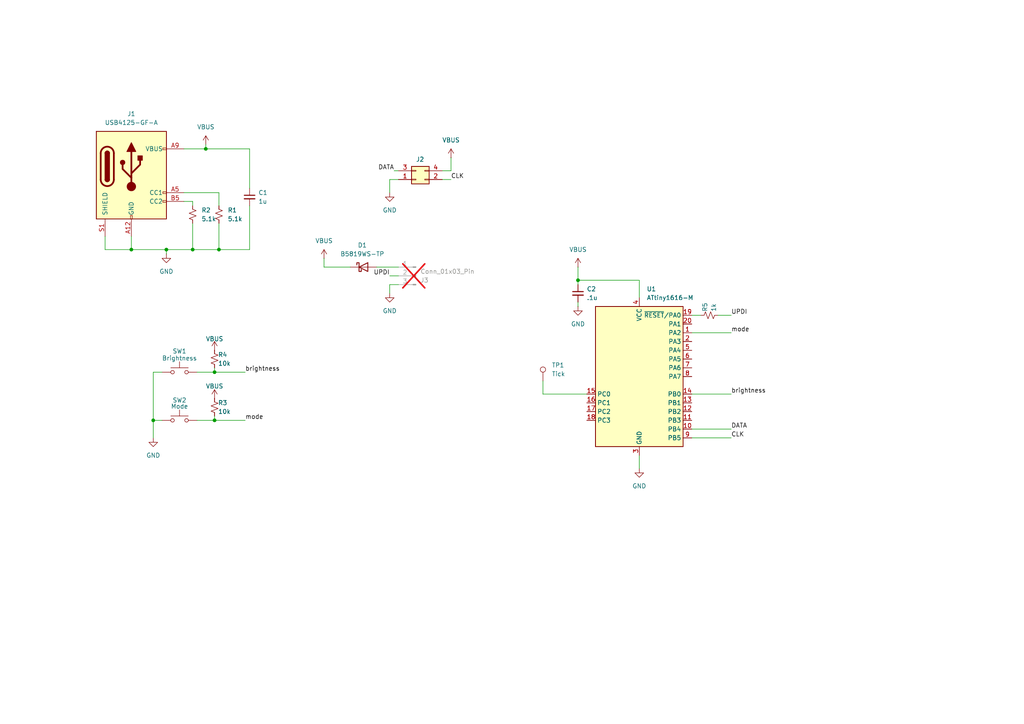
<source format=kicad_sch>
(kicad_sch
	(version 20250114)
	(generator "eeschema")
	(generator_version "9.0")
	(uuid "def01542-b5e0-4a62-8767-06e1293c8ead")
	(paper "A4")
	(lib_symbols
		(symbol "Connector:Conn_01x03_Pin"
			(pin_names
				(offset 1.016)
				(hide yes)
			)
			(exclude_from_sim no)
			(in_bom yes)
			(on_board yes)
			(property "Reference" "J"
				(at 0 5.08 0)
				(effects
					(font
						(size 1.27 1.27)
					)
				)
			)
			(property "Value" "Conn_01x03_Pin"
				(at 0 -5.08 0)
				(effects
					(font
						(size 1.27 1.27)
					)
				)
			)
			(property "Footprint" ""
				(at 0 0 0)
				(effects
					(font
						(size 1.27 1.27)
					)
					(hide yes)
				)
			)
			(property "Datasheet" "~"
				(at 0 0 0)
				(effects
					(font
						(size 1.27 1.27)
					)
					(hide yes)
				)
			)
			(property "Description" "Generic connector, single row, 01x03, script generated"
				(at 0 0 0)
				(effects
					(font
						(size 1.27 1.27)
					)
					(hide yes)
				)
			)
			(property "ki_locked" ""
				(at 0 0 0)
				(effects
					(font
						(size 1.27 1.27)
					)
				)
			)
			(property "ki_keywords" "connector"
				(at 0 0 0)
				(effects
					(font
						(size 1.27 1.27)
					)
					(hide yes)
				)
			)
			(property "ki_fp_filters" "Connector*:*_1x??_*"
				(at 0 0 0)
				(effects
					(font
						(size 1.27 1.27)
					)
					(hide yes)
				)
			)
			(symbol "Conn_01x03_Pin_1_1"
				(rectangle
					(start 0.8636 2.667)
					(end 0 2.413)
					(stroke
						(width 0.1524)
						(type default)
					)
					(fill
						(type outline)
					)
				)
				(rectangle
					(start 0.8636 0.127)
					(end 0 -0.127)
					(stroke
						(width 0.1524)
						(type default)
					)
					(fill
						(type outline)
					)
				)
				(rectangle
					(start 0.8636 -2.413)
					(end 0 -2.667)
					(stroke
						(width 0.1524)
						(type default)
					)
					(fill
						(type outline)
					)
				)
				(polyline
					(pts
						(xy 1.27 2.54) (xy 0.8636 2.54)
					)
					(stroke
						(width 0.1524)
						(type default)
					)
					(fill
						(type none)
					)
				)
				(polyline
					(pts
						(xy 1.27 0) (xy 0.8636 0)
					)
					(stroke
						(width 0.1524)
						(type default)
					)
					(fill
						(type none)
					)
				)
				(polyline
					(pts
						(xy 1.27 -2.54) (xy 0.8636 -2.54)
					)
					(stroke
						(width 0.1524)
						(type default)
					)
					(fill
						(type none)
					)
				)
				(pin passive line
					(at 5.08 2.54 180)
					(length 3.81)
					(name "Pin_1"
						(effects
							(font
								(size 1.27 1.27)
							)
						)
					)
					(number "1"
						(effects
							(font
								(size 1.27 1.27)
							)
						)
					)
				)
				(pin passive line
					(at 5.08 0 180)
					(length 3.81)
					(name "Pin_2"
						(effects
							(font
								(size 1.27 1.27)
							)
						)
					)
					(number "2"
						(effects
							(font
								(size 1.27 1.27)
							)
						)
					)
				)
				(pin passive line
					(at 5.08 -2.54 180)
					(length 3.81)
					(name "Pin_3"
						(effects
							(font
								(size 1.27 1.27)
							)
						)
					)
					(number "3"
						(effects
							(font
								(size 1.27 1.27)
							)
						)
					)
				)
			)
			(embedded_fonts no)
		)
		(symbol "Connector:TestPoint"
			(pin_numbers
				(hide yes)
			)
			(pin_names
				(offset 0.762)
				(hide yes)
			)
			(exclude_from_sim no)
			(in_bom yes)
			(on_board yes)
			(property "Reference" "TP"
				(at 0 6.858 0)
				(effects
					(font
						(size 1.27 1.27)
					)
				)
			)
			(property "Value" "TestPoint"
				(at 0 5.08 0)
				(effects
					(font
						(size 1.27 1.27)
					)
				)
			)
			(property "Footprint" ""
				(at 5.08 0 0)
				(effects
					(font
						(size 1.27 1.27)
					)
					(hide yes)
				)
			)
			(property "Datasheet" "~"
				(at 5.08 0 0)
				(effects
					(font
						(size 1.27 1.27)
					)
					(hide yes)
				)
			)
			(property "Description" "test point"
				(at 0 0 0)
				(effects
					(font
						(size 1.27 1.27)
					)
					(hide yes)
				)
			)
			(property "ki_keywords" "test point tp"
				(at 0 0 0)
				(effects
					(font
						(size 1.27 1.27)
					)
					(hide yes)
				)
			)
			(property "ki_fp_filters" "Pin* Test*"
				(at 0 0 0)
				(effects
					(font
						(size 1.27 1.27)
					)
					(hide yes)
				)
			)
			(symbol "TestPoint_0_1"
				(circle
					(center 0 3.302)
					(radius 0.762)
					(stroke
						(width 0)
						(type default)
					)
					(fill
						(type none)
					)
				)
			)
			(symbol "TestPoint_1_1"
				(pin passive line
					(at 0 0 90)
					(length 2.54)
					(name "1"
						(effects
							(font
								(size 1.27 1.27)
							)
						)
					)
					(number "1"
						(effects
							(font
								(size 1.27 1.27)
							)
						)
					)
				)
			)
			(embedded_fonts no)
		)
		(symbol "Connector:USB_C_Receptacle_PowerOnly_6P"
			(pin_names
				(offset 1.016)
			)
			(exclude_from_sim no)
			(in_bom yes)
			(on_board yes)
			(property "Reference" "J"
				(at 0 16.51 0)
				(effects
					(font
						(size 1.27 1.27)
					)
					(justify bottom)
				)
			)
			(property "Value" "USB_C_Receptacle_PowerOnly_6P"
				(at 0 13.97 0)
				(effects
					(font
						(size 1.27 1.27)
					)
					(justify bottom)
				)
			)
			(property "Footprint" ""
				(at 3.81 2.54 0)
				(effects
					(font
						(size 1.27 1.27)
					)
					(hide yes)
				)
			)
			(property "Datasheet" "https://www.usb.org/sites/default/files/documents/usb_type-c.zip"
				(at 0 0 0)
				(effects
					(font
						(size 1.27 1.27)
					)
					(hide yes)
				)
			)
			(property "Description" "USB Power-Only 6P Type-C Receptacle connector"
				(at 0 0 0)
				(effects
					(font
						(size 1.27 1.27)
					)
					(hide yes)
				)
			)
			(property "ki_keywords" "usb universal serial bus type-C power-only charging-only 6P 6C"
				(at 0 0 0)
				(effects
					(font
						(size 1.27 1.27)
					)
					(hide yes)
				)
			)
			(property "ki_fp_filters" "USB*C*Receptacle*"
				(at 0 0 0)
				(effects
					(font
						(size 1.27 1.27)
					)
					(hide yes)
				)
			)
			(symbol "USB_C_Receptacle_PowerOnly_6P_0_0"
				(rectangle
					(start -0.254 -12.7)
					(end 0.254 -11.684)
					(stroke
						(width 0)
						(type default)
					)
					(fill
						(type none)
					)
				)
				(rectangle
					(start 10.16 7.874)
					(end 9.144 7.366)
					(stroke
						(width 0)
						(type default)
					)
					(fill
						(type none)
					)
				)
				(rectangle
					(start 10.16 -4.826)
					(end 9.144 -5.334)
					(stroke
						(width 0)
						(type default)
					)
					(fill
						(type none)
					)
				)
				(rectangle
					(start 10.16 -7.366)
					(end 9.144 -7.874)
					(stroke
						(width 0)
						(type default)
					)
					(fill
						(type none)
					)
				)
			)
			(symbol "USB_C_Receptacle_PowerOnly_6P_0_1"
				(rectangle
					(start -10.16 12.7)
					(end 10.16 -12.7)
					(stroke
						(width 0.254)
						(type default)
					)
					(fill
						(type background)
					)
				)
				(polyline
					(pts
						(xy -8.89 -1.27) (xy -8.89 6.35)
					)
					(stroke
						(width 0.508)
						(type default)
					)
					(fill
						(type none)
					)
				)
				(rectangle
					(start -7.62 -1.27)
					(end -6.35 6.35)
					(stroke
						(width 0.254)
						(type default)
					)
					(fill
						(type outline)
					)
				)
				(arc
					(start -7.62 6.35)
					(mid -6.985 6.9823)
					(end -6.35 6.35)
					(stroke
						(width 0.254)
						(type default)
					)
					(fill
						(type none)
					)
				)
				(arc
					(start -7.62 6.35)
					(mid -6.985 6.9823)
					(end -6.35 6.35)
					(stroke
						(width 0.254)
						(type default)
					)
					(fill
						(type outline)
					)
				)
				(arc
					(start -8.89 6.35)
					(mid -6.985 8.2467)
					(end -5.08 6.35)
					(stroke
						(width 0.508)
						(type default)
					)
					(fill
						(type none)
					)
				)
				(arc
					(start -5.08 -1.27)
					(mid -6.985 -3.1667)
					(end -8.89 -1.27)
					(stroke
						(width 0.508)
						(type default)
					)
					(fill
						(type none)
					)
				)
				(arc
					(start -6.35 -1.27)
					(mid -6.985 -1.9023)
					(end -7.62 -1.27)
					(stroke
						(width 0.254)
						(type default)
					)
					(fill
						(type none)
					)
				)
				(arc
					(start -6.35 -1.27)
					(mid -6.985 -1.9023)
					(end -7.62 -1.27)
					(stroke
						(width 0.254)
						(type default)
					)
					(fill
						(type outline)
					)
				)
				(polyline
					(pts
						(xy -5.08 6.35) (xy -5.08 -1.27)
					)
					(stroke
						(width 0.508)
						(type default)
					)
					(fill
						(type none)
					)
				)
				(circle
					(center -2.54 3.683)
					(radius 0.635)
					(stroke
						(width 0.254)
						(type default)
					)
					(fill
						(type outline)
					)
				)
				(polyline
					(pts
						(xy -1.27 6.858) (xy 0 9.398) (xy 1.27 6.858) (xy -1.27 6.858)
					)
					(stroke
						(width 0.254)
						(type default)
					)
					(fill
						(type outline)
					)
				)
				(polyline
					(pts
						(xy 0 0.508) (xy 2.54 3.048) (xy 2.54 4.318)
					)
					(stroke
						(width 0.508)
						(type default)
					)
					(fill
						(type none)
					)
				)
				(polyline
					(pts
						(xy 0 -0.762) (xy -2.54 1.778) (xy -2.54 3.048)
					)
					(stroke
						(width 0.508)
						(type default)
					)
					(fill
						(type none)
					)
				)
				(polyline
					(pts
						(xy 0 -3.302) (xy 0 6.858)
					)
					(stroke
						(width 0.508)
						(type default)
					)
					(fill
						(type none)
					)
				)
				(circle
					(center 0 -3.302)
					(radius 1.27)
					(stroke
						(width 0)
						(type default)
					)
					(fill
						(type outline)
					)
				)
				(rectangle
					(start 1.905 4.318)
					(end 3.175 5.588)
					(stroke
						(width 0.254)
						(type default)
					)
					(fill
						(type outline)
					)
				)
			)
			(symbol "USB_C_Receptacle_PowerOnly_6P_1_1"
				(pin passive line
					(at -7.62 -17.78 90)
					(length 5.08)
					(name "SHIELD"
						(effects
							(font
								(size 1.27 1.27)
							)
						)
					)
					(number "S1"
						(effects
							(font
								(size 1.27 1.27)
							)
						)
					)
				)
				(pin passive line
					(at 0 -17.78 90)
					(length 5.08)
					(name "GND"
						(effects
							(font
								(size 1.27 1.27)
							)
						)
					)
					(number "A12"
						(effects
							(font
								(size 1.27 1.27)
							)
						)
					)
				)
				(pin passive line
					(at 0 -17.78 90)
					(length 5.08)
					(hide yes)
					(name "GND"
						(effects
							(font
								(size 1.27 1.27)
							)
						)
					)
					(number "B12"
						(effects
							(font
								(size 1.27 1.27)
							)
						)
					)
				)
				(pin passive line
					(at 15.24 7.62 180)
					(length 5.08)
					(name "VBUS"
						(effects
							(font
								(size 1.27 1.27)
							)
						)
					)
					(number "A9"
						(effects
							(font
								(size 1.27 1.27)
							)
						)
					)
				)
				(pin passive line
					(at 15.24 7.62 180)
					(length 5.08)
					(hide yes)
					(name "VBUS"
						(effects
							(font
								(size 1.27 1.27)
							)
						)
					)
					(number "B9"
						(effects
							(font
								(size 1.27 1.27)
							)
						)
					)
				)
				(pin bidirectional line
					(at 15.24 -5.08 180)
					(length 5.08)
					(name "CC1"
						(effects
							(font
								(size 1.27 1.27)
							)
						)
					)
					(number "A5"
						(effects
							(font
								(size 1.27 1.27)
							)
						)
					)
				)
				(pin bidirectional line
					(at 15.24 -7.62 180)
					(length 5.08)
					(name "CC2"
						(effects
							(font
								(size 1.27 1.27)
							)
						)
					)
					(number "B5"
						(effects
							(font
								(size 1.27 1.27)
							)
						)
					)
				)
			)
			(embedded_fonts no)
		)
		(symbol "Connector_Generic:Conn_02x02_Odd_Even"
			(pin_names
				(offset 1.016)
				(hide yes)
			)
			(exclude_from_sim no)
			(in_bom yes)
			(on_board yes)
			(property "Reference" "J"
				(at 1.27 2.54 0)
				(effects
					(font
						(size 1.27 1.27)
					)
				)
			)
			(property "Value" "Conn_02x02_Odd_Even"
				(at 1.27 -5.08 0)
				(effects
					(font
						(size 1.27 1.27)
					)
				)
			)
			(property "Footprint" ""
				(at 0 0 0)
				(effects
					(font
						(size 1.27 1.27)
					)
					(hide yes)
				)
			)
			(property "Datasheet" "~"
				(at 0 0 0)
				(effects
					(font
						(size 1.27 1.27)
					)
					(hide yes)
				)
			)
			(property "Description" "Generic connector, double row, 02x02, odd/even pin numbering scheme (row 1 odd numbers, row 2 even numbers), script generated (kicad-library-utils/schlib/autogen/connector/)"
				(at 0 0 0)
				(effects
					(font
						(size 1.27 1.27)
					)
					(hide yes)
				)
			)
			(property "ki_keywords" "connector"
				(at 0 0 0)
				(effects
					(font
						(size 1.27 1.27)
					)
					(hide yes)
				)
			)
			(property "ki_fp_filters" "Connector*:*_2x??_*"
				(at 0 0 0)
				(effects
					(font
						(size 1.27 1.27)
					)
					(hide yes)
				)
			)
			(symbol "Conn_02x02_Odd_Even_1_1"
				(rectangle
					(start -1.27 1.27)
					(end 3.81 -3.81)
					(stroke
						(width 0.254)
						(type default)
					)
					(fill
						(type background)
					)
				)
				(rectangle
					(start -1.27 0.127)
					(end 0 -0.127)
					(stroke
						(width 0.1524)
						(type default)
					)
					(fill
						(type none)
					)
				)
				(rectangle
					(start -1.27 -2.413)
					(end 0 -2.667)
					(stroke
						(width 0.1524)
						(type default)
					)
					(fill
						(type none)
					)
				)
				(rectangle
					(start 3.81 0.127)
					(end 2.54 -0.127)
					(stroke
						(width 0.1524)
						(type default)
					)
					(fill
						(type none)
					)
				)
				(rectangle
					(start 3.81 -2.413)
					(end 2.54 -2.667)
					(stroke
						(width 0.1524)
						(type default)
					)
					(fill
						(type none)
					)
				)
				(pin passive line
					(at -5.08 0 0)
					(length 3.81)
					(name "Pin_1"
						(effects
							(font
								(size 1.27 1.27)
							)
						)
					)
					(number "1"
						(effects
							(font
								(size 1.27 1.27)
							)
						)
					)
				)
				(pin passive line
					(at -5.08 -2.54 0)
					(length 3.81)
					(name "Pin_3"
						(effects
							(font
								(size 1.27 1.27)
							)
						)
					)
					(number "3"
						(effects
							(font
								(size 1.27 1.27)
							)
						)
					)
				)
				(pin passive line
					(at 7.62 0 180)
					(length 3.81)
					(name "Pin_2"
						(effects
							(font
								(size 1.27 1.27)
							)
						)
					)
					(number "2"
						(effects
							(font
								(size 1.27 1.27)
							)
						)
					)
				)
				(pin passive line
					(at 7.62 -2.54 180)
					(length 3.81)
					(name "Pin_4"
						(effects
							(font
								(size 1.27 1.27)
							)
						)
					)
					(number "4"
						(effects
							(font
								(size 1.27 1.27)
							)
						)
					)
				)
			)
			(embedded_fonts no)
		)
		(symbol "Device:C_Small"
			(pin_numbers
				(hide yes)
			)
			(pin_names
				(offset 0.254)
				(hide yes)
			)
			(exclude_from_sim no)
			(in_bom yes)
			(on_board yes)
			(property "Reference" "C"
				(at 0.254 1.778 0)
				(effects
					(font
						(size 1.27 1.27)
					)
					(justify left)
				)
			)
			(property "Value" "C_Small"
				(at 0.254 -2.032 0)
				(effects
					(font
						(size 1.27 1.27)
					)
					(justify left)
				)
			)
			(property "Footprint" ""
				(at 0 0 0)
				(effects
					(font
						(size 1.27 1.27)
					)
					(hide yes)
				)
			)
			(property "Datasheet" "~"
				(at 0 0 0)
				(effects
					(font
						(size 1.27 1.27)
					)
					(hide yes)
				)
			)
			(property "Description" "Unpolarized capacitor, small symbol"
				(at 0 0 0)
				(effects
					(font
						(size 1.27 1.27)
					)
					(hide yes)
				)
			)
			(property "ki_keywords" "capacitor cap"
				(at 0 0 0)
				(effects
					(font
						(size 1.27 1.27)
					)
					(hide yes)
				)
			)
			(property "ki_fp_filters" "C_*"
				(at 0 0 0)
				(effects
					(font
						(size 1.27 1.27)
					)
					(hide yes)
				)
			)
			(symbol "C_Small_0_1"
				(polyline
					(pts
						(xy -1.524 0.508) (xy 1.524 0.508)
					)
					(stroke
						(width 0.3048)
						(type default)
					)
					(fill
						(type none)
					)
				)
				(polyline
					(pts
						(xy -1.524 -0.508) (xy 1.524 -0.508)
					)
					(stroke
						(width 0.3302)
						(type default)
					)
					(fill
						(type none)
					)
				)
			)
			(symbol "C_Small_1_1"
				(pin passive line
					(at 0 2.54 270)
					(length 2.032)
					(name "~"
						(effects
							(font
								(size 1.27 1.27)
							)
						)
					)
					(number "1"
						(effects
							(font
								(size 1.27 1.27)
							)
						)
					)
				)
				(pin passive line
					(at 0 -2.54 90)
					(length 2.032)
					(name "~"
						(effects
							(font
								(size 1.27 1.27)
							)
						)
					)
					(number "2"
						(effects
							(font
								(size 1.27 1.27)
							)
						)
					)
				)
			)
			(embedded_fonts no)
		)
		(symbol "Device:R_Small_US"
			(pin_numbers
				(hide yes)
			)
			(pin_names
				(offset 0.254)
				(hide yes)
			)
			(exclude_from_sim no)
			(in_bom yes)
			(on_board yes)
			(property "Reference" "R"
				(at 0.762 0.508 0)
				(effects
					(font
						(size 1.27 1.27)
					)
					(justify left)
				)
			)
			(property "Value" "R_Small_US"
				(at 0.762 -1.016 0)
				(effects
					(font
						(size 1.27 1.27)
					)
					(justify left)
				)
			)
			(property "Footprint" ""
				(at 0 0 0)
				(effects
					(font
						(size 1.27 1.27)
					)
					(hide yes)
				)
			)
			(property "Datasheet" "~"
				(at 0 0 0)
				(effects
					(font
						(size 1.27 1.27)
					)
					(hide yes)
				)
			)
			(property "Description" "Resistor, small US symbol"
				(at 0 0 0)
				(effects
					(font
						(size 1.27 1.27)
					)
					(hide yes)
				)
			)
			(property "ki_keywords" "r resistor"
				(at 0 0 0)
				(effects
					(font
						(size 1.27 1.27)
					)
					(hide yes)
				)
			)
			(property "ki_fp_filters" "R_*"
				(at 0 0 0)
				(effects
					(font
						(size 1.27 1.27)
					)
					(hide yes)
				)
			)
			(symbol "R_Small_US_1_1"
				(polyline
					(pts
						(xy 0 1.524) (xy 1.016 1.143) (xy 0 0.762) (xy -1.016 0.381) (xy 0 0)
					)
					(stroke
						(width 0)
						(type default)
					)
					(fill
						(type none)
					)
				)
				(polyline
					(pts
						(xy 0 0) (xy 1.016 -0.381) (xy 0 -0.762) (xy -1.016 -1.143) (xy 0 -1.524)
					)
					(stroke
						(width 0)
						(type default)
					)
					(fill
						(type none)
					)
				)
				(pin passive line
					(at 0 2.54 270)
					(length 1.016)
					(name "~"
						(effects
							(font
								(size 1.27 1.27)
							)
						)
					)
					(number "1"
						(effects
							(font
								(size 1.27 1.27)
							)
						)
					)
				)
				(pin passive line
					(at 0 -2.54 90)
					(length 1.016)
					(name "~"
						(effects
							(font
								(size 1.27 1.27)
							)
						)
					)
					(number "2"
						(effects
							(font
								(size 1.27 1.27)
							)
						)
					)
				)
			)
			(embedded_fonts no)
		)
		(symbol "Diode:1N5819WS"
			(pin_numbers
				(hide yes)
			)
			(pin_names
				(offset 1.016)
				(hide yes)
			)
			(exclude_from_sim no)
			(in_bom yes)
			(on_board yes)
			(property "Reference" "D"
				(at 0 2.54 0)
				(effects
					(font
						(size 1.27 1.27)
					)
				)
			)
			(property "Value" "1N5819WS"
				(at 0 -2.54 0)
				(effects
					(font
						(size 1.27 1.27)
					)
				)
			)
			(property "Footprint" "Diode_SMD:D_SOD-323"
				(at 0 -4.445 0)
				(effects
					(font
						(size 1.27 1.27)
					)
					(hide yes)
				)
			)
			(property "Datasheet" "https://datasheet.lcsc.com/lcsc/2204281430_Guangdong-Hottech-1N5819WS_C191023.pdf"
				(at 0 0 0)
				(effects
					(font
						(size 1.27 1.27)
					)
					(hide yes)
				)
			)
			(property "Description" "40V 600mV@1A 1A SOD-323 Schottky Barrier Diodes, SOD-323"
				(at 0 0 0)
				(effects
					(font
						(size 1.27 1.27)
					)
					(hide yes)
				)
			)
			(property "ki_keywords" "diode Schottky"
				(at 0 0 0)
				(effects
					(font
						(size 1.27 1.27)
					)
					(hide yes)
				)
			)
			(property "ki_fp_filters" "D*SOD?323*"
				(at 0 0 0)
				(effects
					(font
						(size 1.27 1.27)
					)
					(hide yes)
				)
			)
			(symbol "1N5819WS_0_1"
				(polyline
					(pts
						(xy -1.905 0.635) (xy -1.905 1.27) (xy -1.27 1.27) (xy -1.27 -1.27) (xy -0.635 -1.27) (xy -0.635 -0.635)
					)
					(stroke
						(width 0.254)
						(type default)
					)
					(fill
						(type none)
					)
				)
				(polyline
					(pts
						(xy 1.27 1.27) (xy 1.27 -1.27) (xy -1.27 0) (xy 1.27 1.27)
					)
					(stroke
						(width 0.254)
						(type default)
					)
					(fill
						(type none)
					)
				)
				(polyline
					(pts
						(xy 1.27 0) (xy -1.27 0)
					)
					(stroke
						(width 0)
						(type default)
					)
					(fill
						(type none)
					)
				)
			)
			(symbol "1N5819WS_1_1"
				(pin passive line
					(at -3.81 0 0)
					(length 2.54)
					(name "K"
						(effects
							(font
								(size 1.27 1.27)
							)
						)
					)
					(number "1"
						(effects
							(font
								(size 1.27 1.27)
							)
						)
					)
				)
				(pin passive line
					(at 3.81 0 180)
					(length 2.54)
					(name "A"
						(effects
							(font
								(size 1.27 1.27)
							)
						)
					)
					(number "2"
						(effects
							(font
								(size 1.27 1.27)
							)
						)
					)
				)
			)
			(embedded_fonts no)
		)
		(symbol "MCU_Microchip_ATtiny:ATtiny1616-M"
			(exclude_from_sim no)
			(in_bom yes)
			(on_board yes)
			(property "Reference" "U"
				(at -12.7 21.59 0)
				(effects
					(font
						(size 1.27 1.27)
					)
					(justify left bottom)
				)
			)
			(property "Value" "ATtiny1616-M"
				(at 2.54 -21.59 0)
				(effects
					(font
						(size 1.27 1.27)
					)
					(justify left top)
				)
			)
			(property "Footprint" "Package_DFN_QFN:VQFN-20-1EP_3x3mm_P0.4mm_EP1.7x1.7mm"
				(at 0 0 0)
				(effects
					(font
						(size 1.27 1.27)
						(italic yes)
					)
					(hide yes)
				)
			)
			(property "Datasheet" "http://ww1.microchip.com/downloads/en/DeviceDoc/ATtiny3216_ATtiny1616-data-sheet-40001997B.pdf"
				(at 0 0 0)
				(effects
					(font
						(size 1.27 1.27)
					)
					(hide yes)
				)
			)
			(property "Description" "20MHz, 16kB Flash, 2kB SRAM, 256B EEPROM, VQFN-20"
				(at 0 0 0)
				(effects
					(font
						(size 1.27 1.27)
					)
					(hide yes)
				)
			)
			(property "ki_keywords" "AVR 8bit Microcontroller tinyAVR"
				(at 0 0 0)
				(effects
					(font
						(size 1.27 1.27)
					)
					(hide yes)
				)
			)
			(property "ki_fp_filters" "VQFN*1EP*3x3mm*P0.4mm*"
				(at 0 0 0)
				(effects
					(font
						(size 1.27 1.27)
					)
					(hide yes)
				)
			)
			(symbol "ATtiny1616-M_0_1"
				(rectangle
					(start -12.7 -20.32)
					(end 12.7 20.32)
					(stroke
						(width 0.254)
						(type default)
					)
					(fill
						(type background)
					)
				)
			)
			(symbol "ATtiny1616-M_1_1"
				(pin bidirectional line
					(at -15.24 -5.08 0)
					(length 2.54)
					(name "PC0"
						(effects
							(font
								(size 1.27 1.27)
							)
						)
					)
					(number "15"
						(effects
							(font
								(size 1.27 1.27)
							)
						)
					)
				)
				(pin bidirectional line
					(at -15.24 -7.62 0)
					(length 2.54)
					(name "PC1"
						(effects
							(font
								(size 1.27 1.27)
							)
						)
					)
					(number "16"
						(effects
							(font
								(size 1.27 1.27)
							)
						)
					)
				)
				(pin bidirectional line
					(at -15.24 -10.16 0)
					(length 2.54)
					(name "PC2"
						(effects
							(font
								(size 1.27 1.27)
							)
						)
					)
					(number "17"
						(effects
							(font
								(size 1.27 1.27)
							)
						)
					)
				)
				(pin bidirectional line
					(at -15.24 -12.7 0)
					(length 2.54)
					(name "PC3"
						(effects
							(font
								(size 1.27 1.27)
							)
						)
					)
					(number "18"
						(effects
							(font
								(size 1.27 1.27)
							)
						)
					)
				)
				(pin power_in line
					(at 0 22.86 270)
					(length 2.54)
					(name "VCC"
						(effects
							(font
								(size 1.27 1.27)
							)
						)
					)
					(number "4"
						(effects
							(font
								(size 1.27 1.27)
							)
						)
					)
				)
				(pin passive line
					(at 0 -22.86 90)
					(length 2.54)
					(hide yes)
					(name "GND"
						(effects
							(font
								(size 1.27 1.27)
							)
						)
					)
					(number "21"
						(effects
							(font
								(size 1.27 1.27)
							)
						)
					)
				)
				(pin power_in line
					(at 0 -22.86 90)
					(length 2.54)
					(name "GND"
						(effects
							(font
								(size 1.27 1.27)
							)
						)
					)
					(number "3"
						(effects
							(font
								(size 1.27 1.27)
							)
						)
					)
				)
				(pin bidirectional line
					(at 15.24 17.78 180)
					(length 2.54)
					(name "~{RESET}/PA0"
						(effects
							(font
								(size 1.27 1.27)
							)
						)
					)
					(number "19"
						(effects
							(font
								(size 1.27 1.27)
							)
						)
					)
				)
				(pin bidirectional line
					(at 15.24 15.24 180)
					(length 2.54)
					(name "PA1"
						(effects
							(font
								(size 1.27 1.27)
							)
						)
					)
					(number "20"
						(effects
							(font
								(size 1.27 1.27)
							)
						)
					)
				)
				(pin bidirectional line
					(at 15.24 12.7 180)
					(length 2.54)
					(name "PA2"
						(effects
							(font
								(size 1.27 1.27)
							)
						)
					)
					(number "1"
						(effects
							(font
								(size 1.27 1.27)
							)
						)
					)
				)
				(pin bidirectional line
					(at 15.24 10.16 180)
					(length 2.54)
					(name "PA3"
						(effects
							(font
								(size 1.27 1.27)
							)
						)
					)
					(number "2"
						(effects
							(font
								(size 1.27 1.27)
							)
						)
					)
				)
				(pin bidirectional line
					(at 15.24 7.62 180)
					(length 2.54)
					(name "PA4"
						(effects
							(font
								(size 1.27 1.27)
							)
						)
					)
					(number "5"
						(effects
							(font
								(size 1.27 1.27)
							)
						)
					)
				)
				(pin bidirectional line
					(at 15.24 5.08 180)
					(length 2.54)
					(name "PA5"
						(effects
							(font
								(size 1.27 1.27)
							)
						)
					)
					(number "6"
						(effects
							(font
								(size 1.27 1.27)
							)
						)
					)
				)
				(pin bidirectional line
					(at 15.24 2.54 180)
					(length 2.54)
					(name "PA6"
						(effects
							(font
								(size 1.27 1.27)
							)
						)
					)
					(number "7"
						(effects
							(font
								(size 1.27 1.27)
							)
						)
					)
				)
				(pin bidirectional line
					(at 15.24 0 180)
					(length 2.54)
					(name "PA7"
						(effects
							(font
								(size 1.27 1.27)
							)
						)
					)
					(number "8"
						(effects
							(font
								(size 1.27 1.27)
							)
						)
					)
				)
				(pin bidirectional line
					(at 15.24 -5.08 180)
					(length 2.54)
					(name "PB0"
						(effects
							(font
								(size 1.27 1.27)
							)
						)
					)
					(number "14"
						(effects
							(font
								(size 1.27 1.27)
							)
						)
					)
				)
				(pin bidirectional line
					(at 15.24 -7.62 180)
					(length 2.54)
					(name "PB1"
						(effects
							(font
								(size 1.27 1.27)
							)
						)
					)
					(number "13"
						(effects
							(font
								(size 1.27 1.27)
							)
						)
					)
				)
				(pin bidirectional line
					(at 15.24 -10.16 180)
					(length 2.54)
					(name "PB2"
						(effects
							(font
								(size 1.27 1.27)
							)
						)
					)
					(number "12"
						(effects
							(font
								(size 1.27 1.27)
							)
						)
					)
				)
				(pin bidirectional line
					(at 15.24 -12.7 180)
					(length 2.54)
					(name "PB3"
						(effects
							(font
								(size 1.27 1.27)
							)
						)
					)
					(number "11"
						(effects
							(font
								(size 1.27 1.27)
							)
						)
					)
				)
				(pin bidirectional line
					(at 15.24 -15.24 180)
					(length 2.54)
					(name "PB4"
						(effects
							(font
								(size 1.27 1.27)
							)
						)
					)
					(number "10"
						(effects
							(font
								(size 1.27 1.27)
							)
						)
					)
				)
				(pin bidirectional line
					(at 15.24 -17.78 180)
					(length 2.54)
					(name "PB5"
						(effects
							(font
								(size 1.27 1.27)
							)
						)
					)
					(number "9"
						(effects
							(font
								(size 1.27 1.27)
							)
						)
					)
				)
			)
			(embedded_fonts no)
		)
		(symbol "Switch:SW_Push"
			(pin_numbers
				(hide yes)
			)
			(pin_names
				(offset 1.016)
				(hide yes)
			)
			(exclude_from_sim no)
			(in_bom yes)
			(on_board yes)
			(property "Reference" "SW"
				(at 1.27 2.54 0)
				(effects
					(font
						(size 1.27 1.27)
					)
					(justify left)
				)
			)
			(property "Value" "SW_Push"
				(at 0 -1.524 0)
				(effects
					(font
						(size 1.27 1.27)
					)
				)
			)
			(property "Footprint" ""
				(at 0 5.08 0)
				(effects
					(font
						(size 1.27 1.27)
					)
					(hide yes)
				)
			)
			(property "Datasheet" "~"
				(at 0 5.08 0)
				(effects
					(font
						(size 1.27 1.27)
					)
					(hide yes)
				)
			)
			(property "Description" "Push button switch, generic, two pins"
				(at 0 0 0)
				(effects
					(font
						(size 1.27 1.27)
					)
					(hide yes)
				)
			)
			(property "ki_keywords" "switch normally-open pushbutton push-button"
				(at 0 0 0)
				(effects
					(font
						(size 1.27 1.27)
					)
					(hide yes)
				)
			)
			(symbol "SW_Push_0_1"
				(circle
					(center -2.032 0)
					(radius 0.508)
					(stroke
						(width 0)
						(type default)
					)
					(fill
						(type none)
					)
				)
				(polyline
					(pts
						(xy 0 1.27) (xy 0 3.048)
					)
					(stroke
						(width 0)
						(type default)
					)
					(fill
						(type none)
					)
				)
				(circle
					(center 2.032 0)
					(radius 0.508)
					(stroke
						(width 0)
						(type default)
					)
					(fill
						(type none)
					)
				)
				(polyline
					(pts
						(xy 2.54 1.27) (xy -2.54 1.27)
					)
					(stroke
						(width 0)
						(type default)
					)
					(fill
						(type none)
					)
				)
				(pin passive line
					(at -5.08 0 0)
					(length 2.54)
					(name "1"
						(effects
							(font
								(size 1.27 1.27)
							)
						)
					)
					(number "1"
						(effects
							(font
								(size 1.27 1.27)
							)
						)
					)
				)
				(pin passive line
					(at 5.08 0 180)
					(length 2.54)
					(name "2"
						(effects
							(font
								(size 1.27 1.27)
							)
						)
					)
					(number "2"
						(effects
							(font
								(size 1.27 1.27)
							)
						)
					)
				)
			)
			(embedded_fonts no)
		)
		(symbol "power:GND"
			(power)
			(pin_numbers
				(hide yes)
			)
			(pin_names
				(offset 0)
				(hide yes)
			)
			(exclude_from_sim no)
			(in_bom yes)
			(on_board yes)
			(property "Reference" "#PWR"
				(at 0 -6.35 0)
				(effects
					(font
						(size 1.27 1.27)
					)
					(hide yes)
				)
			)
			(property "Value" "GND"
				(at 0 -3.81 0)
				(effects
					(font
						(size 1.27 1.27)
					)
				)
			)
			(property "Footprint" ""
				(at 0 0 0)
				(effects
					(font
						(size 1.27 1.27)
					)
					(hide yes)
				)
			)
			(property "Datasheet" ""
				(at 0 0 0)
				(effects
					(font
						(size 1.27 1.27)
					)
					(hide yes)
				)
			)
			(property "Description" "Power symbol creates a global label with name \"GND\" , ground"
				(at 0 0 0)
				(effects
					(font
						(size 1.27 1.27)
					)
					(hide yes)
				)
			)
			(property "ki_keywords" "global power"
				(at 0 0 0)
				(effects
					(font
						(size 1.27 1.27)
					)
					(hide yes)
				)
			)
			(symbol "GND_0_1"
				(polyline
					(pts
						(xy 0 0) (xy 0 -1.27) (xy 1.27 -1.27) (xy 0 -2.54) (xy -1.27 -1.27) (xy 0 -1.27)
					)
					(stroke
						(width 0)
						(type default)
					)
					(fill
						(type none)
					)
				)
			)
			(symbol "GND_1_1"
				(pin power_in line
					(at 0 0 270)
					(length 0)
					(name "~"
						(effects
							(font
								(size 1.27 1.27)
							)
						)
					)
					(number "1"
						(effects
							(font
								(size 1.27 1.27)
							)
						)
					)
				)
			)
			(embedded_fonts no)
		)
		(symbol "power:VBUS"
			(power)
			(pin_numbers
				(hide yes)
			)
			(pin_names
				(offset 0)
				(hide yes)
			)
			(exclude_from_sim no)
			(in_bom yes)
			(on_board yes)
			(property "Reference" "#PWR"
				(at 0 -3.81 0)
				(effects
					(font
						(size 1.27 1.27)
					)
					(hide yes)
				)
			)
			(property "Value" "VBUS"
				(at 0 3.556 0)
				(effects
					(font
						(size 1.27 1.27)
					)
				)
			)
			(property "Footprint" ""
				(at 0 0 0)
				(effects
					(font
						(size 1.27 1.27)
					)
					(hide yes)
				)
			)
			(property "Datasheet" ""
				(at 0 0 0)
				(effects
					(font
						(size 1.27 1.27)
					)
					(hide yes)
				)
			)
			(property "Description" "Power symbol creates a global label with name \"VBUS\""
				(at 0 0 0)
				(effects
					(font
						(size 1.27 1.27)
					)
					(hide yes)
				)
			)
			(property "ki_keywords" "global power"
				(at 0 0 0)
				(effects
					(font
						(size 1.27 1.27)
					)
					(hide yes)
				)
			)
			(symbol "VBUS_0_1"
				(polyline
					(pts
						(xy -0.762 1.27) (xy 0 2.54)
					)
					(stroke
						(width 0)
						(type default)
					)
					(fill
						(type none)
					)
				)
				(polyline
					(pts
						(xy 0 2.54) (xy 0.762 1.27)
					)
					(stroke
						(width 0)
						(type default)
					)
					(fill
						(type none)
					)
				)
				(polyline
					(pts
						(xy 0 0) (xy 0 2.54)
					)
					(stroke
						(width 0)
						(type default)
					)
					(fill
						(type none)
					)
				)
			)
			(symbol "VBUS_1_1"
				(pin power_in line
					(at 0 0 90)
					(length 0)
					(name "~"
						(effects
							(font
								(size 1.27 1.27)
							)
						)
					)
					(number "1"
						(effects
							(font
								(size 1.27 1.27)
							)
						)
					)
				)
			)
			(embedded_fonts no)
		)
	)
	(junction
		(at 38.1 72.39)
		(diameter 0)
		(color 0 0 0 0)
		(uuid "0a8a16a8-5e57-4723-981f-34e9e6f9c352")
	)
	(junction
		(at 62.23 121.92)
		(diameter 0)
		(color 0 0 0 0)
		(uuid "1247a26f-b675-44ed-8658-a285a3a07982")
	)
	(junction
		(at 48.26 72.39)
		(diameter 0)
		(color 0 0 0 0)
		(uuid "1a76bead-412d-4f8a-90be-7b85e458b549")
	)
	(junction
		(at 62.23 107.95)
		(diameter 0)
		(color 0 0 0 0)
		(uuid "381c2f62-9b02-4480-a194-aebbde961c82")
	)
	(junction
		(at 59.69 43.18)
		(diameter 0)
		(color 0 0 0 0)
		(uuid "65b079be-f58f-4590-9dbd-f1cb2b6aabeb")
	)
	(junction
		(at 63.5 72.39)
		(diameter 0)
		(color 0 0 0 0)
		(uuid "7f94653f-f9cd-4097-9eec-02d16da2e847")
	)
	(junction
		(at 55.88 72.39)
		(diameter 0)
		(color 0 0 0 0)
		(uuid "9f3905cc-f451-4aea-a783-0821ace86348")
	)
	(junction
		(at 167.64 81.28)
		(diameter 0)
		(color 0 0 0 0)
		(uuid "cf10e101-a19f-4b01-96aa-009ef4857d3d")
	)
	(junction
		(at 44.45 121.92)
		(diameter 0)
		(color 0 0 0 0)
		(uuid "dc6d154c-f2ca-4b05-a83d-c68780327cfa")
	)
	(wire
		(pts
			(xy 113.03 52.07) (xy 113.03 55.88)
		)
		(stroke
			(width 0)
			(type default)
		)
		(uuid "04a3ab6c-61b4-4da6-9db6-ce9f79e394c4")
	)
	(wire
		(pts
			(xy 115.57 82.55) (xy 113.03 82.55)
		)
		(stroke
			(width 0)
			(type default)
		)
		(uuid "0542744a-0922-4753-844a-0c86573ceb10")
	)
	(wire
		(pts
			(xy 200.66 91.44) (xy 203.2 91.44)
		)
		(stroke
			(width 0)
			(type default)
		)
		(uuid "11b10653-3c6d-46fa-a4c6-668846cf2410")
	)
	(wire
		(pts
			(xy 157.48 114.3) (xy 157.48 110.49)
		)
		(stroke
			(width 0)
			(type default)
		)
		(uuid "14cae740-af59-44f6-8274-08a9734f3439")
	)
	(wire
		(pts
			(xy 167.64 87.63) (xy 167.64 88.9)
		)
		(stroke
			(width 0)
			(type default)
		)
		(uuid "16e48f01-9d4c-4590-8e89-49d16602cf66")
	)
	(wire
		(pts
			(xy 59.69 43.18) (xy 72.39 43.18)
		)
		(stroke
			(width 0)
			(type default)
		)
		(uuid "1debe185-8a2c-45d6-9462-0426b4df0679")
	)
	(wire
		(pts
			(xy 57.15 121.92) (xy 62.23 121.92)
		)
		(stroke
			(width 0)
			(type default)
		)
		(uuid "20d157db-a924-42bb-b0fc-c19c993eed60")
	)
	(wire
		(pts
			(xy 44.45 107.95) (xy 44.45 121.92)
		)
		(stroke
			(width 0)
			(type default)
		)
		(uuid "2674c248-f341-4354-83dd-78fa8b1e9314")
	)
	(wire
		(pts
			(xy 55.88 72.39) (xy 48.26 72.39)
		)
		(stroke
			(width 0)
			(type default)
		)
		(uuid "29aada19-4708-42d8-adee-7f5a4e9381af")
	)
	(wire
		(pts
			(xy 62.23 121.92) (xy 71.12 121.92)
		)
		(stroke
			(width 0)
			(type default)
		)
		(uuid "34c58ab3-a58a-4c65-a339-0bc59996678d")
	)
	(wire
		(pts
			(xy 44.45 127) (xy 44.45 121.92)
		)
		(stroke
			(width 0)
			(type default)
		)
		(uuid "3866456d-f745-445e-9614-c1273e656ed5")
	)
	(wire
		(pts
			(xy 59.69 43.18) (xy 59.69 41.91)
		)
		(stroke
			(width 0)
			(type default)
		)
		(uuid "3d873627-9062-4fab-8364-e098669b7c41")
	)
	(wire
		(pts
			(xy 63.5 64.77) (xy 63.5 72.39)
		)
		(stroke
			(width 0)
			(type default)
		)
		(uuid "435b70a0-fa7f-41f9-b5ad-0a3b381def13")
	)
	(wire
		(pts
			(xy 38.1 72.39) (xy 48.26 72.39)
		)
		(stroke
			(width 0)
			(type default)
		)
		(uuid "4ead4805-1e49-4fce-8734-6af2f4416058")
	)
	(wire
		(pts
			(xy 44.45 121.92) (xy 46.99 121.92)
		)
		(stroke
			(width 0)
			(type default)
		)
		(uuid "4f8f5f89-a274-4d59-a927-7924b93b66c4")
	)
	(wire
		(pts
			(xy 55.88 64.77) (xy 55.88 72.39)
		)
		(stroke
			(width 0)
			(type default)
		)
		(uuid "526ee0b8-ecb8-40b6-821e-a2cc62aff8db")
	)
	(wire
		(pts
			(xy 212.09 124.46) (xy 200.66 124.46)
		)
		(stroke
			(width 0)
			(type default)
		)
		(uuid "601e00f4-0245-42aa-a2c6-cb4df5bf6232")
	)
	(wire
		(pts
			(xy 62.23 107.95) (xy 71.12 107.95)
		)
		(stroke
			(width 0)
			(type default)
		)
		(uuid "64a8840f-c535-4e6b-a2f3-a3b07d1119af")
	)
	(wire
		(pts
			(xy 170.18 114.3) (xy 157.48 114.3)
		)
		(stroke
			(width 0)
			(type default)
		)
		(uuid "71700d4b-3fba-42e4-bf13-55066fbce83b")
	)
	(wire
		(pts
			(xy 62.23 121.92) (xy 62.23 120.65)
		)
		(stroke
			(width 0)
			(type default)
		)
		(uuid "7695fc06-11d8-42e8-8f72-3256c1fd1e58")
	)
	(wire
		(pts
			(xy 167.64 81.28) (xy 167.64 82.55)
		)
		(stroke
			(width 0)
			(type default)
		)
		(uuid "78f8fbe1-846a-47e5-b2cb-d06b51aaa6f8")
	)
	(wire
		(pts
			(xy 101.6 77.47) (xy 93.98 77.47)
		)
		(stroke
			(width 0)
			(type default)
		)
		(uuid "7b667918-4547-447d-95d8-ab835691417a")
	)
	(wire
		(pts
			(xy 57.15 107.95) (xy 62.23 107.95)
		)
		(stroke
			(width 0)
			(type default)
		)
		(uuid "7c5694d5-3573-4f19-81fb-87f4bd70837a")
	)
	(wire
		(pts
			(xy 130.81 49.53) (xy 128.27 49.53)
		)
		(stroke
			(width 0)
			(type default)
		)
		(uuid "7daa9394-1b76-4271-a2a1-cd64476a898a")
	)
	(wire
		(pts
			(xy 63.5 72.39) (xy 55.88 72.39)
		)
		(stroke
			(width 0)
			(type default)
		)
		(uuid "85841d77-ce06-400d-a1aa-735191c4519c")
	)
	(wire
		(pts
			(xy 93.98 77.47) (xy 93.98 74.93)
		)
		(stroke
			(width 0)
			(type default)
		)
		(uuid "8823eeba-1a76-45dc-b1c1-354f7935ed7c")
	)
	(wire
		(pts
			(xy 185.42 86.36) (xy 185.42 81.28)
		)
		(stroke
			(width 0)
			(type default)
		)
		(uuid "88a9efdc-a927-42df-b7f1-e33201821933")
	)
	(wire
		(pts
			(xy 63.5 55.88) (xy 53.34 55.88)
		)
		(stroke
			(width 0)
			(type default)
		)
		(uuid "8b788096-9638-48b0-9748-a60cce68f9ec")
	)
	(wire
		(pts
			(xy 130.81 52.07) (xy 128.27 52.07)
		)
		(stroke
			(width 0)
			(type default)
		)
		(uuid "8d102703-04a0-4ea8-a104-c0cc389f9425")
	)
	(wire
		(pts
			(xy 212.09 114.3) (xy 200.66 114.3)
		)
		(stroke
			(width 0)
			(type default)
		)
		(uuid "965d1493-b1e1-40e3-8bfb-15b45a2957d8")
	)
	(wire
		(pts
			(xy 30.48 72.39) (xy 38.1 72.39)
		)
		(stroke
			(width 0)
			(type default)
		)
		(uuid "96dea918-12de-4bca-adf2-21c9766b1627")
	)
	(wire
		(pts
			(xy 212.09 96.52) (xy 200.66 96.52)
		)
		(stroke
			(width 0)
			(type default)
		)
		(uuid "998d5788-fafa-4974-9914-71dbb088ee26")
	)
	(wire
		(pts
			(xy 72.39 54.61) (xy 72.39 43.18)
		)
		(stroke
			(width 0)
			(type default)
		)
		(uuid "9e927a60-cab5-4dbc-afa3-65a89f6795b7")
	)
	(wire
		(pts
			(xy 72.39 72.39) (xy 63.5 72.39)
		)
		(stroke
			(width 0)
			(type default)
		)
		(uuid "9eedccff-bfcf-45dc-b2c2-99c07a8fa644")
	)
	(wire
		(pts
			(xy 38.1 68.58) (xy 38.1 72.39)
		)
		(stroke
			(width 0)
			(type default)
		)
		(uuid "a27c0307-c7fa-411c-9b9b-73027d6b6f4e")
	)
	(wire
		(pts
			(xy 53.34 58.42) (xy 55.88 58.42)
		)
		(stroke
			(width 0)
			(type default)
		)
		(uuid "a7f7c2b3-75fa-4051-a94a-c7e76ff31723")
	)
	(wire
		(pts
			(xy 63.5 59.69) (xy 63.5 55.88)
		)
		(stroke
			(width 0)
			(type default)
		)
		(uuid "a8e23f34-ebe3-4cf2-bc6e-4dc8341f7cf8")
	)
	(wire
		(pts
			(xy 130.81 49.53) (xy 130.81 45.72)
		)
		(stroke
			(width 0)
			(type default)
		)
		(uuid "ab788093-3687-4c4a-b1ea-e6e71f8e47ab")
	)
	(wire
		(pts
			(xy 115.57 52.07) (xy 113.03 52.07)
		)
		(stroke
			(width 0)
			(type default)
		)
		(uuid "af0d7bfc-a683-4317-b380-b5a36bbe0a25")
	)
	(wire
		(pts
			(xy 208.28 91.44) (xy 212.09 91.44)
		)
		(stroke
			(width 0)
			(type default)
		)
		(uuid "b5619db7-1c61-47c7-b1d1-aa8ba3c8f8d8")
	)
	(wire
		(pts
			(xy 212.09 127) (xy 200.66 127)
		)
		(stroke
			(width 0)
			(type default)
		)
		(uuid "b94bcfe7-c68f-4144-8e76-1e1de1718191")
	)
	(wire
		(pts
			(xy 48.26 72.39) (xy 48.26 73.66)
		)
		(stroke
			(width 0)
			(type default)
		)
		(uuid "b9b04e76-aab2-4153-9432-130de0247366")
	)
	(wire
		(pts
			(xy 72.39 59.69) (xy 72.39 72.39)
		)
		(stroke
			(width 0)
			(type default)
		)
		(uuid "c552723b-f145-49a0-9d34-05e5b858e9d9")
	)
	(wire
		(pts
			(xy 55.88 58.42) (xy 55.88 59.69)
		)
		(stroke
			(width 0)
			(type default)
		)
		(uuid "c7d75461-4404-4073-886b-42a3c15e8134")
	)
	(wire
		(pts
			(xy 109.22 77.47) (xy 115.57 77.47)
		)
		(stroke
			(width 0)
			(type default)
		)
		(uuid "cb912417-1d5f-4367-a495-0be9e3a2bed2")
	)
	(wire
		(pts
			(xy 113.03 80.01) (xy 115.57 80.01)
		)
		(stroke
			(width 0)
			(type default)
		)
		(uuid "d3432156-89e7-4f15-8b79-f9fd3302c3f0")
	)
	(wire
		(pts
			(xy 114.3 49.53) (xy 115.57 49.53)
		)
		(stroke
			(width 0)
			(type default)
		)
		(uuid "d700efa1-13ac-4270-bf89-835b3d565400")
	)
	(wire
		(pts
			(xy 185.42 132.08) (xy 185.42 135.89)
		)
		(stroke
			(width 0)
			(type default)
		)
		(uuid "d7d2774d-fe7c-4596-88bc-596068902b63")
	)
	(wire
		(pts
			(xy 185.42 81.28) (xy 167.64 81.28)
		)
		(stroke
			(width 0)
			(type default)
		)
		(uuid "dacbae83-5977-4cee-be51-56d8cb88f27a")
	)
	(wire
		(pts
			(xy 30.48 68.58) (xy 30.48 72.39)
		)
		(stroke
			(width 0)
			(type default)
		)
		(uuid "e136fd26-1f44-4685-887e-171d2cd4466f")
	)
	(wire
		(pts
			(xy 167.64 81.28) (xy 167.64 77.47)
		)
		(stroke
			(width 0)
			(type default)
		)
		(uuid "e273ce3a-af22-498f-8ff7-1cc7020a9b57")
	)
	(wire
		(pts
			(xy 62.23 107.95) (xy 62.23 106.68)
		)
		(stroke
			(width 0)
			(type default)
		)
		(uuid "e97538d1-c37b-4b64-874f-ad43a177be8a")
	)
	(wire
		(pts
			(xy 53.34 43.18) (xy 59.69 43.18)
		)
		(stroke
			(width 0)
			(type default)
		)
		(uuid "eb8e5d5c-a879-4baf-bc08-acf82a3221b0")
	)
	(wire
		(pts
			(xy 46.99 107.95) (xy 44.45 107.95)
		)
		(stroke
			(width 0)
			(type default)
		)
		(uuid "fb5fe618-9206-4a55-9e7a-0d3130618c59")
	)
	(wire
		(pts
			(xy 113.03 82.55) (xy 113.03 85.09)
		)
		(stroke
			(width 0)
			(type default)
		)
		(uuid "ff767d40-b481-4bb3-a475-e4e3ec9117e5")
	)
	(label "UPDI"
		(at 212.09 91.44 0)
		(effects
			(font
				(size 1.27 1.27)
			)
			(justify left bottom)
		)
		(uuid "10cb4551-5765-4b4a-b8b1-9976f5619703")
	)
	(label "brightness"
		(at 212.09 114.3 0)
		(effects
			(font
				(size 1.27 1.27)
			)
			(justify left bottom)
		)
		(uuid "297d9529-450f-492d-93b6-997571bab105")
	)
	(label "CLK"
		(at 130.81 52.07 0)
		(effects
			(font
				(size 1.27 1.27)
			)
			(justify left bottom)
		)
		(uuid "2a8fa77f-4390-4361-b1b5-93006e196120")
	)
	(label "mode"
		(at 71.12 121.92 0)
		(effects
			(font
				(size 1.27 1.27)
			)
			(justify left bottom)
		)
		(uuid "2b1fa9fa-b851-4923-9d90-334e2e2d4f3b")
	)
	(label "CLK"
		(at 212.09 127 0)
		(effects
			(font
				(size 1.27 1.27)
			)
			(justify left bottom)
		)
		(uuid "3dd4e116-7101-403d-852e-9860cb939a44")
	)
	(label "DATA"
		(at 212.09 124.46 0)
		(effects
			(font
				(size 1.27 1.27)
			)
			(justify left bottom)
		)
		(uuid "49f0d389-e81a-4401-a792-20b79d110dca")
	)
	(label "DATA"
		(at 114.3 49.53 180)
		(effects
			(font
				(size 1.27 1.27)
			)
			(justify right bottom)
		)
		(uuid "7a6739d1-636f-4d26-96d2-9536502f3fbf")
	)
	(label "mode"
		(at 212.09 96.52 0)
		(effects
			(font
				(size 1.27 1.27)
			)
			(justify left bottom)
		)
		(uuid "8434db0c-096e-4b3d-a961-81482078b832")
	)
	(label "brightness"
		(at 71.12 107.95 0)
		(effects
			(font
				(size 1.27 1.27)
			)
			(justify left bottom)
		)
		(uuid "ca970484-b8bb-47db-b141-3f06e135c536")
	)
	(label "UPDI"
		(at 113.03 80.01 180)
		(effects
			(font
				(size 1.27 1.27)
			)
			(justify right bottom)
		)
		(uuid "d231979a-3268-497e-9712-b768da2822b0")
	)
	(symbol
		(lib_id "Device:R_Small_US")
		(at 205.74 91.44 90)
		(unit 1)
		(exclude_from_sim no)
		(in_bom yes)
		(on_board yes)
		(dnp no)
		(uuid "0213cf2e-a485-4bcd-b289-2aa187b9f6e7")
		(property "Reference" "R5"
			(at 204.47 90.424 0)
			(effects
				(font
					(size 1.27 1.27)
				)
				(justify left)
			)
		)
		(property "Value" "1k"
			(at 207.01 90.424 0)
			(effects
				(font
					(size 1.27 1.27)
				)
				(justify left)
			)
		)
		(property "Footprint" "Resistor_SMD:R_0603_1608Metric"
			(at 205.74 91.44 0)
			(effects
				(font
					(size 1.27 1.27)
				)
				(hide yes)
			)
		)
		(property "Datasheet" "~"
			(at 205.74 91.44 0)
			(effects
				(font
					(size 1.27 1.27)
				)
				(hide yes)
			)
		)
		(property "Description" "Resistor, small US symbol"
			(at 205.74 91.44 0)
			(effects
				(font
					(size 1.27 1.27)
				)
				(hide yes)
			)
		)
		(pin "1"
			(uuid "52f72121-15d1-4fd1-8de1-9f639ad62f95")
		)
		(pin "2"
			(uuid "dc17c98f-20bb-49ab-9a08-764299da0fe4")
		)
		(instances
			(project "Control_PCB"
				(path "/def01542-b5e0-4a62-8767-06e1293c8ead"
					(reference "R5")
					(unit 1)
				)
			)
		)
	)
	(symbol
		(lib_id "Connector:Conn_01x03_Pin")
		(at 120.65 80.01 0)
		(mirror y)
		(unit 1)
		(exclude_from_sim no)
		(in_bom no)
		(on_board yes)
		(dnp yes)
		(uuid "13e2a4d8-5bcc-4e61-8342-c1b0298ddf12")
		(property "Reference" "J3"
			(at 121.92 81.2801 0)
			(effects
				(font
					(size 1.27 1.27)
				)
				(justify right)
			)
		)
		(property "Value" "Conn_01x03_Pin"
			(at 121.92 78.7401 0)
			(effects
				(font
					(size 1.27 1.27)
				)
				(justify right)
			)
		)
		(property "Footprint" "Connector_PinHeader_2.54mm:PinHeader_1x03_P2.54mm_Vertical"
			(at 120.65 80.01 0)
			(effects
				(font
					(size 1.27 1.27)
				)
				(hide yes)
			)
		)
		(property "Datasheet" "~"
			(at 120.65 80.01 0)
			(effects
				(font
					(size 1.27 1.27)
				)
				(hide yes)
			)
		)
		(property "Description" "Generic connector, single row, 01x03, script generated"
			(at 120.65 80.01 0)
			(effects
				(font
					(size 1.27 1.27)
				)
				(hide yes)
			)
		)
		(property "Sim.Pins" ""
			(at 120.65 80.01 0)
			(effects
				(font
					(size 1.27 1.27)
				)
				(hide yes)
			)
		)
		(property "Voltage" ""
			(at 120.65 80.01 0)
			(effects
				(font
					(size 1.27 1.27)
				)
				(hide yes)
			)
		)
		(pin "2"
			(uuid "b6cd3360-1fb4-4012-b40a-c2aeea6ef2d2")
		)
		(pin "1"
			(uuid "0ac3a6d9-1403-45d6-bd2f-6dc2fe2a3e9b")
		)
		(pin "3"
			(uuid "e622fa9d-2255-402c-ae7d-7f592d667dc6")
		)
		(instances
			(project "Control_PCB"
				(path "/def01542-b5e0-4a62-8767-06e1293c8ead"
					(reference "J3")
					(unit 1)
				)
			)
		)
	)
	(symbol
		(lib_id "Switch:SW_Push")
		(at 52.07 107.95 0)
		(unit 1)
		(exclude_from_sim no)
		(in_bom yes)
		(on_board yes)
		(dnp no)
		(uuid "1e10391a-4cd1-4e99-9b04-be3e4e548c2f")
		(property "Reference" "SW1"
			(at 52.07 101.854 0)
			(effects
				(font
					(size 1.27 1.27)
				)
			)
		)
		(property "Value" "Brightness"
			(at 52.07 103.886 0)
			(effects
				(font
					(size 1.27 1.27)
				)
			)
		)
		(property "Footprint" "Button_Switch_SMD:SW_SPST_EVQP7C"
			(at 52.07 102.87 0)
			(effects
				(font
					(size 1.27 1.27)
				)
				(hide yes)
			)
		)
		(property "Datasheet" "~"
			(at 52.07 102.87 0)
			(effects
				(font
					(size 1.27 1.27)
				)
				(hide yes)
			)
		)
		(property "Description" "Push button switch, generic, two pins"
			(at 52.07 107.95 0)
			(effects
				(font
					(size 1.27 1.27)
				)
				(hide yes)
			)
		)
		(pin "2"
			(uuid "ede4b5e3-6c12-4968-a20b-6d408183620c")
		)
		(pin "1"
			(uuid "4cff2aa3-cac2-4c12-9493-1bf721077bf5")
		)
		(instances
			(project ""
				(path "/def01542-b5e0-4a62-8767-06e1293c8ead"
					(reference "SW1")
					(unit 1)
				)
			)
		)
	)
	(symbol
		(lib_id "power:VBUS")
		(at 93.98 74.93 0)
		(unit 1)
		(exclude_from_sim no)
		(in_bom yes)
		(on_board yes)
		(dnp no)
		(fields_autoplaced yes)
		(uuid "32447c4d-6ee7-4c63-9341-9b851d62a30a")
		(property "Reference" "#PWR028"
			(at 93.98 78.74 0)
			(effects
				(font
					(size 1.27 1.27)
				)
				(hide yes)
			)
		)
		(property "Value" "VBUS"
			(at 93.98 69.85 0)
			(effects
				(font
					(size 1.27 1.27)
				)
			)
		)
		(property "Footprint" ""
			(at 93.98 74.93 0)
			(effects
				(font
					(size 1.27 1.27)
				)
				(hide yes)
			)
		)
		(property "Datasheet" ""
			(at 93.98 74.93 0)
			(effects
				(font
					(size 1.27 1.27)
				)
				(hide yes)
			)
		)
		(property "Description" "Power symbol creates a global label with name \"VBUS\""
			(at 93.98 74.93 0)
			(effects
				(font
					(size 1.27 1.27)
				)
				(hide yes)
			)
		)
		(pin "1"
			(uuid "bf95f11e-e5f0-4ed1-89fc-5907ce33e5c6")
		)
		(instances
			(project "Control_PCB"
				(path "/def01542-b5e0-4a62-8767-06e1293c8ead"
					(reference "#PWR028")
					(unit 1)
				)
			)
		)
	)
	(symbol
		(lib_id "Device:R_Small_US")
		(at 55.88 62.23 0)
		(unit 1)
		(exclude_from_sim no)
		(in_bom yes)
		(on_board yes)
		(dnp no)
		(fields_autoplaced yes)
		(uuid "325f4969-8d5a-408f-8a41-80aeb0c3df15")
		(property "Reference" "R2"
			(at 58.42 60.9599 0)
			(effects
				(font
					(size 1.27 1.27)
				)
				(justify left)
			)
		)
		(property "Value" "5.1k"
			(at 58.42 63.4999 0)
			(effects
				(font
					(size 1.27 1.27)
				)
				(justify left)
			)
		)
		(property "Footprint" "Resistor_SMD:R_0603_1608Metric"
			(at 55.88 62.23 0)
			(effects
				(font
					(size 1.27 1.27)
				)
				(hide yes)
			)
		)
		(property "Datasheet" "~"
			(at 55.88 62.23 0)
			(effects
				(font
					(size 1.27 1.27)
				)
				(hide yes)
			)
		)
		(property "Description" "Resistor, small US symbol"
			(at 55.88 62.23 0)
			(effects
				(font
					(size 1.27 1.27)
				)
				(hide yes)
			)
		)
		(pin "1"
			(uuid "51aab984-8b08-485b-9bbb-da4283bc1cde")
		)
		(pin "2"
			(uuid "ffecd8fc-e4c9-4bd0-851b-582d410cf3ca")
		)
		(instances
			(project "Control_PCB"
				(path "/def01542-b5e0-4a62-8767-06e1293c8ead"
					(reference "R2")
					(unit 1)
				)
			)
		)
	)
	(symbol
		(lib_id "Device:R_Small_US")
		(at 62.23 118.11 0)
		(unit 1)
		(exclude_from_sim no)
		(in_bom yes)
		(on_board yes)
		(dnp no)
		(uuid "3af9dc51-7536-4c00-a55a-14c950d632ba")
		(property "Reference" "R3"
			(at 63.246 116.84 0)
			(effects
				(font
					(size 1.27 1.27)
				)
				(justify left)
			)
		)
		(property "Value" "10k"
			(at 63.246 119.38 0)
			(effects
				(font
					(size 1.27 1.27)
				)
				(justify left)
			)
		)
		(property "Footprint" "Resistor_SMD:R_0603_1608Metric"
			(at 62.23 118.11 0)
			(effects
				(font
					(size 1.27 1.27)
				)
				(hide yes)
			)
		)
		(property "Datasheet" "~"
			(at 62.23 118.11 0)
			(effects
				(font
					(size 1.27 1.27)
				)
				(hide yes)
			)
		)
		(property "Description" "Resistor, small US symbol"
			(at 62.23 118.11 0)
			(effects
				(font
					(size 1.27 1.27)
				)
				(hide yes)
			)
		)
		(pin "1"
			(uuid "eb2a0008-09bc-44d1-91fe-1cdf0e064500")
		)
		(pin "2"
			(uuid "92d0bb78-39e0-448a-bf05-5f67b9d00cfe")
		)
		(instances
			(project "Control_PCB"
				(path "/def01542-b5e0-4a62-8767-06e1293c8ead"
					(reference "R3")
					(unit 1)
				)
			)
		)
	)
	(symbol
		(lib_id "Device:R_Small_US")
		(at 62.23 104.14 0)
		(unit 1)
		(exclude_from_sim no)
		(in_bom yes)
		(on_board yes)
		(dnp no)
		(uuid "404ae11f-ff1c-4137-a4b4-96488e4d7028")
		(property "Reference" "R4"
			(at 63.246 102.87 0)
			(effects
				(font
					(size 1.27 1.27)
				)
				(justify left)
			)
		)
		(property "Value" "10k"
			(at 63.246 105.41 0)
			(effects
				(font
					(size 1.27 1.27)
				)
				(justify left)
			)
		)
		(property "Footprint" "Resistor_SMD:R_0603_1608Metric"
			(at 62.23 104.14 0)
			(effects
				(font
					(size 1.27 1.27)
				)
				(hide yes)
			)
		)
		(property "Datasheet" "~"
			(at 62.23 104.14 0)
			(effects
				(font
					(size 1.27 1.27)
				)
				(hide yes)
			)
		)
		(property "Description" "Resistor, small US symbol"
			(at 62.23 104.14 0)
			(effects
				(font
					(size 1.27 1.27)
				)
				(hide yes)
			)
		)
		(pin "1"
			(uuid "fce18607-8fe4-426a-b71d-b7dcf15090b4")
		)
		(pin "2"
			(uuid "b6772f44-3aa0-40e0-bcaa-197e1ea9bcc5")
		)
		(instances
			(project "Control_PCB"
				(path "/def01542-b5e0-4a62-8767-06e1293c8ead"
					(reference "R4")
					(unit 1)
				)
			)
		)
	)
	(symbol
		(lib_id "power:VBUS")
		(at 59.69 41.91 0)
		(unit 1)
		(exclude_from_sim no)
		(in_bom yes)
		(on_board yes)
		(dnp no)
		(fields_autoplaced yes)
		(uuid "4236353a-5ab2-4428-b08e-c6147372424d")
		(property "Reference" "#PWR04"
			(at 59.69 45.72 0)
			(effects
				(font
					(size 1.27 1.27)
				)
				(hide yes)
			)
		)
		(property "Value" "VBUS"
			(at 59.69 36.83 0)
			(effects
				(font
					(size 1.27 1.27)
				)
			)
		)
		(property "Footprint" ""
			(at 59.69 41.91 0)
			(effects
				(font
					(size 1.27 1.27)
				)
				(hide yes)
			)
		)
		(property "Datasheet" ""
			(at 59.69 41.91 0)
			(effects
				(font
					(size 1.27 1.27)
				)
				(hide yes)
			)
		)
		(property "Description" "Power symbol creates a global label with name \"VBUS\""
			(at 59.69 41.91 0)
			(effects
				(font
					(size 1.27 1.27)
				)
				(hide yes)
			)
		)
		(pin "1"
			(uuid "32416bb2-426c-41c6-b8f0-4188e346049e")
		)
		(instances
			(project ""
				(path "/def01542-b5e0-4a62-8767-06e1293c8ead"
					(reference "#PWR04")
					(unit 1)
				)
			)
		)
	)
	(symbol
		(lib_id "Connector_Generic:Conn_02x02_Odd_Even")
		(at 120.65 52.07 0)
		(mirror x)
		(unit 1)
		(exclude_from_sim no)
		(in_bom yes)
		(on_board yes)
		(dnp no)
		(uuid "5603c308-c1d3-4e40-b52d-6f93177cdc9d")
		(property "Reference" "J2"
			(at 120.65 46.228 0)
			(effects
				(font
					(size 1.27 1.27)
				)
				(justify left)
			)
		)
		(property "Value" "PRPC040DAAN-RC"
			(at 123.19 49.5301 0)
			(effects
				(font
					(size 1.27 1.27)
				)
				(justify left)
				(hide yes)
			)
		)
		(property "Footprint" "Connector_PinHeader_2.54mm:PinHeader_2x02_P2.54mm_Vertical"
			(at 120.65 52.07 0)
			(effects
				(font
					(size 1.27 1.27)
				)
				(hide yes)
			)
		)
		(property "Datasheet" "~"
			(at 120.65 52.07 0)
			(effects
				(font
					(size 1.27 1.27)
				)
				(hide yes)
			)
		)
		(property "Description" "Generic connector, double row, 02x02, odd/even pin numbering scheme (row 1 odd numbers, row 2 even numbers), script generated (kicad-library-utils/schlib/autogen/connector/)"
			(at 120.65 52.07 0)
			(effects
				(font
					(size 1.27 1.27)
				)
				(hide yes)
			)
		)
		(pin "1"
			(uuid "14b2858b-c84d-4a86-836d-c882a78c4211")
		)
		(pin "2"
			(uuid "80fd9f31-ecc1-4d66-9497-f851b7398aa5")
		)
		(pin "3"
			(uuid "6f4f18cf-bffa-41e2-a90c-2bdf9045d3a9")
		)
		(pin "4"
			(uuid "9144446c-9695-4604-a431-da0bc597dbe5")
		)
		(instances
			(project ""
				(path "/def01542-b5e0-4a62-8767-06e1293c8ead"
					(reference "J2")
					(unit 1)
				)
			)
		)
	)
	(symbol
		(lib_id "Connector:USB_C_Receptacle_PowerOnly_6P")
		(at 38.1 50.8 0)
		(unit 1)
		(exclude_from_sim no)
		(in_bom yes)
		(on_board yes)
		(dnp no)
		(fields_autoplaced yes)
		(uuid "5e123683-183c-45c2-8792-767e9925dd60")
		(property "Reference" "J1"
			(at 38.1 33.02 0)
			(effects
				(font
					(size 1.27 1.27)
				)
			)
		)
		(property "Value" "USB4125-GF-A"
			(at 38.1 35.56 0)
			(effects
				(font
					(size 1.27 1.27)
				)
			)
		)
		(property "Footprint" "Connector_USB:USB_C_Receptacle_GCT_USB4125-xx-x_6P_TopMnt_Horizontal"
			(at 41.91 48.26 0)
			(effects
				(font
					(size 1.27 1.27)
				)
				(hide yes)
			)
		)
		(property "Datasheet" "https://www.usb.org/sites/default/files/documents/usb_type-c.zip"
			(at 38.1 50.8 0)
			(effects
				(font
					(size 1.27 1.27)
				)
				(hide yes)
			)
		)
		(property "Description" "USB Power-Only 6P Type-C Receptacle connector"
			(at 38.1 50.8 0)
			(effects
				(font
					(size 1.27 1.27)
				)
				(hide yes)
			)
		)
		(pin "S1"
			(uuid "8b33bb2b-d35b-470e-a2a7-2eb3ff250baf")
		)
		(pin "A12"
			(uuid "76845496-75f6-4dab-a105-ce66e6b0b66e")
		)
		(pin "B9"
			(uuid "90723d5a-8b2c-47ec-8ddf-2e51d8d2de8b")
		)
		(pin "A9"
			(uuid "82189257-b4ab-4572-8cc3-8541ff7671f6")
		)
		(pin "B5"
			(uuid "6a7a27f7-0360-4252-bd68-3719fe099e7b")
		)
		(pin "A5"
			(uuid "6866c589-3b61-4549-9e3b-a6a8039bc5fd")
		)
		(pin "B12"
			(uuid "43c1fe38-b169-4a50-bb0a-755bfdfc0319")
		)
		(instances
			(project ""
				(path "/def01542-b5e0-4a62-8767-06e1293c8ead"
					(reference "J1")
					(unit 1)
				)
			)
		)
	)
	(symbol
		(lib_id "MCU_Microchip_ATtiny:ATtiny1616-M")
		(at 185.42 109.22 0)
		(unit 1)
		(exclude_from_sim no)
		(in_bom yes)
		(on_board yes)
		(dnp no)
		(fields_autoplaced yes)
		(uuid "600390c3-8b80-416e-a12c-3e21316c2f43")
		(property "Reference" "U1"
			(at 187.5633 83.82 0)
			(effects
				(font
					(size 1.27 1.27)
				)
				(justify left)
			)
		)
		(property "Value" "ATtiny1616-M"
			(at 187.5633 86.36 0)
			(effects
				(font
					(size 1.27 1.27)
				)
				(justify left)
			)
		)
		(property "Footprint" "Package_DFN_QFN:VQFN-20-1EP_3x3mm_P0.4mm_EP1.7x1.7mm"
			(at 185.42 109.22 0)
			(effects
				(font
					(size 1.27 1.27)
					(italic yes)
				)
				(hide yes)
			)
		)
		(property "Datasheet" "http://ww1.microchip.com/downloads/en/DeviceDoc/ATtiny3216_ATtiny1616-data-sheet-40001997B.pdf"
			(at 185.42 109.22 0)
			(effects
				(font
					(size 1.27 1.27)
				)
				(hide yes)
			)
		)
		(property "Description" "20MHz, 16kB Flash, 2kB SRAM, 256B EEPROM, VQFN-20"
			(at 185.42 109.22 0)
			(effects
				(font
					(size 1.27 1.27)
				)
				(hide yes)
			)
		)
		(pin "3"
			(uuid "fcf5b3a9-10c5-4ba1-a8f5-4ba9ef9912fa")
		)
		(pin "15"
			(uuid "2aca911c-ce2d-4bbb-a142-cb33a08081c4")
		)
		(pin "16"
			(uuid "285e98ea-e9ce-4bd2-b158-9149880f2294")
		)
		(pin "17"
			(uuid "430a1c5a-f4fd-4fe9-8c2b-b4a04d7fcee2")
		)
		(pin "18"
			(uuid "3903d6c4-0ae6-417b-97dd-4e40218d156a")
		)
		(pin "10"
			(uuid "b294a38f-5724-4cfb-b621-86bf11cd65d9")
		)
		(pin "4"
			(uuid "63cec5d4-91d2-447b-8c47-3ade86a7aefa")
		)
		(pin "21"
			(uuid "fbc71a33-eb9c-477a-a126-0e685e5e3a30")
		)
		(pin "20"
			(uuid "fa36a362-03f6-403a-87de-a3e3ec58db6d")
		)
		(pin "7"
			(uuid "e92128ba-534f-4fbc-befe-198a304d4f84")
		)
		(pin "8"
			(uuid "b4d42f4e-8cc4-4d6a-af33-e1618d996c38")
		)
		(pin "2"
			(uuid "de2c3ea1-0c28-4583-b0a1-19cb52931144")
		)
		(pin "14"
			(uuid "b8e58764-eb89-40e7-b438-649b5365a592")
		)
		(pin "5"
			(uuid "164dd562-fee3-41fd-b9a7-41b942373087")
		)
		(pin "13"
			(uuid "f9bd5786-ab92-4aed-bed6-be62bffdaf11")
		)
		(pin "19"
			(uuid "35595fed-72a4-4773-86bf-52ec2b8f2468")
		)
		(pin "12"
			(uuid "81b6aa1e-ab77-4582-a06b-5510de7ea7c2")
		)
		(pin "11"
			(uuid "51190988-d5fb-4d3d-adca-03e1bcb937aa")
		)
		(pin "1"
			(uuid "0a2aaec5-91f9-4bca-92e0-72a48dcc5b6c")
		)
		(pin "9"
			(uuid "7b28f893-1f4a-445a-84f1-37e5caa299ac")
		)
		(pin "6"
			(uuid "8053d3b9-531f-4afb-b20d-01cd4b2bc5ed")
		)
		(instances
			(project ""
				(path "/def01542-b5e0-4a62-8767-06e1293c8ead"
					(reference "U1")
					(unit 1)
				)
			)
		)
	)
	(symbol
		(lib_id "Connector:TestPoint")
		(at 157.48 110.49 0)
		(unit 1)
		(exclude_from_sim no)
		(in_bom yes)
		(on_board yes)
		(dnp no)
		(fields_autoplaced yes)
		(uuid "62360db9-6e65-48cc-9daf-33b7b4f5372a")
		(property "Reference" "TP1"
			(at 160.02 105.9179 0)
			(effects
				(font
					(size 1.27 1.27)
				)
				(justify left)
			)
		)
		(property "Value" "Tick"
			(at 160.02 108.4579 0)
			(effects
				(font
					(size 1.27 1.27)
				)
				(justify left)
			)
		)
		(property "Footprint" "TestPoint:TestPoint_Pad_D1.0mm"
			(at 162.56 110.49 0)
			(effects
				(font
					(size 1.27 1.27)
				)
				(hide yes)
			)
		)
		(property "Datasheet" "~"
			(at 162.56 110.49 0)
			(effects
				(font
					(size 1.27 1.27)
				)
				(hide yes)
			)
		)
		(property "Description" "test point"
			(at 157.48 110.49 0)
			(effects
				(font
					(size 1.27 1.27)
				)
				(hide yes)
			)
		)
		(pin "1"
			(uuid "3c6f3b95-fa72-4026-bee1-df23c13cb2a9")
		)
		(instances
			(project ""
				(path "/def01542-b5e0-4a62-8767-06e1293c8ead"
					(reference "TP1")
					(unit 1)
				)
			)
		)
	)
	(symbol
		(lib_id "power:GND")
		(at 44.45 127 0)
		(unit 1)
		(exclude_from_sim no)
		(in_bom yes)
		(on_board yes)
		(dnp no)
		(fields_autoplaced yes)
		(uuid "65055b50-0f06-4b29-b4df-1713bb6797a7")
		(property "Reference" "#PWR05"
			(at 44.45 133.35 0)
			(effects
				(font
					(size 1.27 1.27)
				)
				(hide yes)
			)
		)
		(property "Value" "GND"
			(at 44.45 132.08 0)
			(effects
				(font
					(size 1.27 1.27)
				)
			)
		)
		(property "Footprint" ""
			(at 44.45 127 0)
			(effects
				(font
					(size 1.27 1.27)
				)
				(hide yes)
			)
		)
		(property "Datasheet" ""
			(at 44.45 127 0)
			(effects
				(font
					(size 1.27 1.27)
				)
				(hide yes)
			)
		)
		(property "Description" "Power symbol creates a global label with name \"GND\" , ground"
			(at 44.45 127 0)
			(effects
				(font
					(size 1.27 1.27)
				)
				(hide yes)
			)
		)
		(pin "1"
			(uuid "7e987b05-42ce-44cb-bb54-c99462d1f396")
		)
		(instances
			(project "Control_PCB"
				(path "/def01542-b5e0-4a62-8767-06e1293c8ead"
					(reference "#PWR05")
					(unit 1)
				)
			)
		)
	)
	(symbol
		(lib_id "power:GND")
		(at 48.26 73.66 0)
		(unit 1)
		(exclude_from_sim no)
		(in_bom yes)
		(on_board yes)
		(dnp no)
		(fields_autoplaced yes)
		(uuid "653c3083-187b-4e8f-a49e-46e0bfefeb32")
		(property "Reference" "#PWR01"
			(at 48.26 80.01 0)
			(effects
				(font
					(size 1.27 1.27)
				)
				(hide yes)
			)
		)
		(property "Value" "GND"
			(at 48.26 78.74 0)
			(effects
				(font
					(size 1.27 1.27)
				)
			)
		)
		(property "Footprint" ""
			(at 48.26 73.66 0)
			(effects
				(font
					(size 1.27 1.27)
				)
				(hide yes)
			)
		)
		(property "Datasheet" ""
			(at 48.26 73.66 0)
			(effects
				(font
					(size 1.27 1.27)
				)
				(hide yes)
			)
		)
		(property "Description" "Power symbol creates a global label with name \"GND\" , ground"
			(at 48.26 73.66 0)
			(effects
				(font
					(size 1.27 1.27)
				)
				(hide yes)
			)
		)
		(pin "1"
			(uuid "0455757f-8139-4e77-b1cb-c0ae308f2d06")
		)
		(instances
			(project ""
				(path "/def01542-b5e0-4a62-8767-06e1293c8ead"
					(reference "#PWR01")
					(unit 1)
				)
			)
		)
	)
	(symbol
		(lib_id "Device:C_Small")
		(at 72.39 57.15 0)
		(unit 1)
		(exclude_from_sim no)
		(in_bom yes)
		(on_board yes)
		(dnp no)
		(fields_autoplaced yes)
		(uuid "66190220-d98a-43a9-b724-45f00e2707b0")
		(property "Reference" "C1"
			(at 74.93 55.8862 0)
			(effects
				(font
					(size 1.27 1.27)
				)
				(justify left)
			)
		)
		(property "Value" "1u"
			(at 74.93 58.4262 0)
			(effects
				(font
					(size 1.27 1.27)
				)
				(justify left)
			)
		)
		(property "Footprint" "Capacitor_SMD:C_0603_1608Metric"
			(at 72.39 57.15 0)
			(effects
				(font
					(size 1.27 1.27)
				)
				(hide yes)
			)
		)
		(property "Datasheet" "~"
			(at 72.39 57.15 0)
			(effects
				(font
					(size 1.27 1.27)
				)
				(hide yes)
			)
		)
		(property "Description" "Unpolarized capacitor, small symbol"
			(at 72.39 57.15 0)
			(effects
				(font
					(size 1.27 1.27)
				)
				(hide yes)
			)
		)
		(pin "1"
			(uuid "6b3bd545-1319-4a35-ae5a-5c4df7456e8e")
		)
		(pin "2"
			(uuid "8b1e6a62-adda-411d-860c-5a5f4480ba12")
		)
		(instances
			(project ""
				(path "/def01542-b5e0-4a62-8767-06e1293c8ead"
					(reference "C1")
					(unit 1)
				)
			)
		)
	)
	(symbol
		(lib_id "Device:R_Small_US")
		(at 63.5 62.23 0)
		(unit 1)
		(exclude_from_sim no)
		(in_bom yes)
		(on_board yes)
		(dnp no)
		(fields_autoplaced yes)
		(uuid "853dd449-c432-4fa2-958e-48478a0c35b9")
		(property "Reference" "R1"
			(at 66.04 60.9599 0)
			(effects
				(font
					(size 1.27 1.27)
				)
				(justify left)
			)
		)
		(property "Value" "5.1k"
			(at 66.04 63.4999 0)
			(effects
				(font
					(size 1.27 1.27)
				)
				(justify left)
			)
		)
		(property "Footprint" "Resistor_SMD:R_0603_1608Metric"
			(at 63.5 62.23 0)
			(effects
				(font
					(size 1.27 1.27)
				)
				(hide yes)
			)
		)
		(property "Datasheet" "~"
			(at 63.5 62.23 0)
			(effects
				(font
					(size 1.27 1.27)
				)
				(hide yes)
			)
		)
		(property "Description" "Resistor, small US symbol"
			(at 63.5 62.23 0)
			(effects
				(font
					(size 1.27 1.27)
				)
				(hide yes)
			)
		)
		(pin "1"
			(uuid "90b3deeb-039b-4be6-903d-988de8e6685f")
		)
		(pin "2"
			(uuid "3cb7cd97-800c-4a43-b590-e399054fe2d7")
		)
		(instances
			(project ""
				(path "/def01542-b5e0-4a62-8767-06e1293c8ead"
					(reference "R1")
					(unit 1)
				)
			)
		)
	)
	(symbol
		(lib_id "power:VBUS")
		(at 167.64 77.47 0)
		(unit 1)
		(exclude_from_sim no)
		(in_bom yes)
		(on_board yes)
		(dnp no)
		(fields_autoplaced yes)
		(uuid "88c73756-2a44-41d4-9f10-e2c3d23b7e33")
		(property "Reference" "#PWR09"
			(at 167.64 81.28 0)
			(effects
				(font
					(size 1.27 1.27)
				)
				(hide yes)
			)
		)
		(property "Value" "VBUS"
			(at 167.64 72.39 0)
			(effects
				(font
					(size 1.27 1.27)
				)
			)
		)
		(property "Footprint" ""
			(at 167.64 77.47 0)
			(effects
				(font
					(size 1.27 1.27)
				)
				(hide yes)
			)
		)
		(property "Datasheet" ""
			(at 167.64 77.47 0)
			(effects
				(font
					(size 1.27 1.27)
				)
				(hide yes)
			)
		)
		(property "Description" "Power symbol creates a global label with name \"VBUS\""
			(at 167.64 77.47 0)
			(effects
				(font
					(size 1.27 1.27)
				)
				(hide yes)
			)
		)
		(pin "1"
			(uuid "4fa4d56f-d38a-4d54-913b-fc67c9284cfb")
		)
		(instances
			(project "Control_PCB"
				(path "/def01542-b5e0-4a62-8767-06e1293c8ead"
					(reference "#PWR09")
					(unit 1)
				)
			)
		)
	)
	(symbol
		(lib_id "power:GND")
		(at 113.03 55.88 0)
		(mirror y)
		(unit 1)
		(exclude_from_sim no)
		(in_bom yes)
		(on_board yes)
		(dnp no)
		(fields_autoplaced yes)
		(uuid "8a3312ce-9a92-491a-a117-21fc550d0dc2")
		(property "Reference" "#PWR02"
			(at 113.03 62.23 0)
			(effects
				(font
					(size 1.27 1.27)
				)
				(hide yes)
			)
		)
		(property "Value" "GND"
			(at 113.03 60.96 0)
			(effects
				(font
					(size 1.27 1.27)
				)
			)
		)
		(property "Footprint" ""
			(at 113.03 55.88 0)
			(effects
				(font
					(size 1.27 1.27)
				)
				(hide yes)
			)
		)
		(property "Datasheet" ""
			(at 113.03 55.88 0)
			(effects
				(font
					(size 1.27 1.27)
				)
				(hide yes)
			)
		)
		(property "Description" "Power symbol creates a global label with name \"GND\" , ground"
			(at 113.03 55.88 0)
			(effects
				(font
					(size 1.27 1.27)
				)
				(hide yes)
			)
		)
		(pin "1"
			(uuid "341de649-2544-446f-bad1-83b63cd0f65f")
		)
		(instances
			(project ""
				(path "/def01542-b5e0-4a62-8767-06e1293c8ead"
					(reference "#PWR02")
					(unit 1)
				)
			)
		)
	)
	(symbol
		(lib_id "power:GND")
		(at 185.42 135.89 0)
		(unit 1)
		(exclude_from_sim no)
		(in_bom yes)
		(on_board yes)
		(dnp no)
		(fields_autoplaced yes)
		(uuid "a1f3e360-0177-4cd5-b21b-a704c70e0ee8")
		(property "Reference" "#PWR08"
			(at 185.42 142.24 0)
			(effects
				(font
					(size 1.27 1.27)
				)
				(hide yes)
			)
		)
		(property "Value" "GND"
			(at 185.42 140.97 0)
			(effects
				(font
					(size 1.27 1.27)
				)
			)
		)
		(property "Footprint" ""
			(at 185.42 135.89 0)
			(effects
				(font
					(size 1.27 1.27)
				)
				(hide yes)
			)
		)
		(property "Datasheet" ""
			(at 185.42 135.89 0)
			(effects
				(font
					(size 1.27 1.27)
				)
				(hide yes)
			)
		)
		(property "Description" "Power symbol creates a global label with name \"GND\" , ground"
			(at 185.42 135.89 0)
			(effects
				(font
					(size 1.27 1.27)
				)
				(hide yes)
			)
		)
		(pin "1"
			(uuid "b414314f-d2a0-4e1a-8f9b-9af38e464ffe")
		)
		(instances
			(project "Control_PCB"
				(path "/def01542-b5e0-4a62-8767-06e1293c8ead"
					(reference "#PWR08")
					(unit 1)
				)
			)
		)
	)
	(symbol
		(lib_id "power:VBUS")
		(at 62.23 101.6 0)
		(unit 1)
		(exclude_from_sim no)
		(in_bom yes)
		(on_board yes)
		(dnp no)
		(uuid "bf1b7d09-de43-497a-81b3-5bad143db4a5")
		(property "Reference" "#PWR06"
			(at 62.23 105.41 0)
			(effects
				(font
					(size 1.27 1.27)
				)
				(hide yes)
			)
		)
		(property "Value" "VBUS"
			(at 62.23 98.298 0)
			(effects
				(font
					(size 1.27 1.27)
				)
			)
		)
		(property "Footprint" ""
			(at 62.23 101.6 0)
			(effects
				(font
					(size 1.27 1.27)
				)
				(hide yes)
			)
		)
		(property "Datasheet" ""
			(at 62.23 101.6 0)
			(effects
				(font
					(size 1.27 1.27)
				)
				(hide yes)
			)
		)
		(property "Description" "Power symbol creates a global label with name \"VBUS\""
			(at 62.23 101.6 0)
			(effects
				(font
					(size 1.27 1.27)
				)
				(hide yes)
			)
		)
		(pin "1"
			(uuid "0b41385c-5c6a-4ecb-85e7-07c29c04e9be")
		)
		(instances
			(project "Control_PCB"
				(path "/def01542-b5e0-4a62-8767-06e1293c8ead"
					(reference "#PWR06")
					(unit 1)
				)
			)
		)
	)
	(symbol
		(lib_id "power:VBUS")
		(at 62.23 115.57 0)
		(unit 1)
		(exclude_from_sim no)
		(in_bom yes)
		(on_board yes)
		(dnp no)
		(uuid "d105805f-4084-4736-bf50-94bc803410d2")
		(property "Reference" "#PWR07"
			(at 62.23 119.38 0)
			(effects
				(font
					(size 1.27 1.27)
				)
				(hide yes)
			)
		)
		(property "Value" "VBUS"
			(at 62.23 112.014 0)
			(effects
				(font
					(size 1.27 1.27)
				)
			)
		)
		(property "Footprint" ""
			(at 62.23 115.57 0)
			(effects
				(font
					(size 1.27 1.27)
				)
				(hide yes)
			)
		)
		(property "Datasheet" ""
			(at 62.23 115.57 0)
			(effects
				(font
					(size 1.27 1.27)
				)
				(hide yes)
			)
		)
		(property "Description" "Power symbol creates a global label with name \"VBUS\""
			(at 62.23 115.57 0)
			(effects
				(font
					(size 1.27 1.27)
				)
				(hide yes)
			)
		)
		(pin "1"
			(uuid "14780e55-c547-441e-9468-173ac3f1f016")
		)
		(instances
			(project "Control_PCB"
				(path "/def01542-b5e0-4a62-8767-06e1293c8ead"
					(reference "#PWR07")
					(unit 1)
				)
			)
		)
	)
	(symbol
		(lib_id "power:GND")
		(at 167.64 88.9 0)
		(unit 1)
		(exclude_from_sim no)
		(in_bom yes)
		(on_board yes)
		(dnp no)
		(fields_autoplaced yes)
		(uuid "dca6113e-fa83-48ee-a2e9-a1ab45edfd34")
		(property "Reference" "#PWR010"
			(at 167.64 95.25 0)
			(effects
				(font
					(size 1.27 1.27)
				)
				(hide yes)
			)
		)
		(property "Value" "GND"
			(at 167.64 93.98 0)
			(effects
				(font
					(size 1.27 1.27)
				)
			)
		)
		(property "Footprint" ""
			(at 167.64 88.9 0)
			(effects
				(font
					(size 1.27 1.27)
				)
				(hide yes)
			)
		)
		(property "Datasheet" ""
			(at 167.64 88.9 0)
			(effects
				(font
					(size 1.27 1.27)
				)
				(hide yes)
			)
		)
		(property "Description" "Power symbol creates a global label with name \"GND\" , ground"
			(at 167.64 88.9 0)
			(effects
				(font
					(size 1.27 1.27)
				)
				(hide yes)
			)
		)
		(pin "1"
			(uuid "70495822-68d0-46a2-a455-13d07e4cc567")
		)
		(instances
			(project "Control_PCB"
				(path "/def01542-b5e0-4a62-8767-06e1293c8ead"
					(reference "#PWR010")
					(unit 1)
				)
			)
		)
	)
	(symbol
		(lib_id "power:VBUS")
		(at 130.81 45.72 0)
		(mirror y)
		(unit 1)
		(exclude_from_sim no)
		(in_bom yes)
		(on_board yes)
		(dnp no)
		(fields_autoplaced yes)
		(uuid "dfaa5d3b-eb82-4a36-b414-bd4092a10372")
		(property "Reference" "#PWR03"
			(at 130.81 49.53 0)
			(effects
				(font
					(size 1.27 1.27)
				)
				(hide yes)
			)
		)
		(property "Value" "VBUS"
			(at 130.81 40.64 0)
			(effects
				(font
					(size 1.27 1.27)
				)
			)
		)
		(property "Footprint" ""
			(at 130.81 45.72 0)
			(effects
				(font
					(size 1.27 1.27)
				)
				(hide yes)
			)
		)
		(property "Datasheet" ""
			(at 130.81 45.72 0)
			(effects
				(font
					(size 1.27 1.27)
				)
				(hide yes)
			)
		)
		(property "Description" "Power symbol creates a global label with name \"VBUS\""
			(at 130.81 45.72 0)
			(effects
				(font
					(size 1.27 1.27)
				)
				(hide yes)
			)
		)
		(pin "1"
			(uuid "f0d26a7e-39e0-4337-b9c1-a480ad398cd7")
		)
		(instances
			(project ""
				(path "/def01542-b5e0-4a62-8767-06e1293c8ead"
					(reference "#PWR03")
					(unit 1)
				)
			)
		)
	)
	(symbol
		(lib_id "Device:C_Small")
		(at 167.64 85.09 0)
		(unit 1)
		(exclude_from_sim no)
		(in_bom yes)
		(on_board yes)
		(dnp no)
		(fields_autoplaced yes)
		(uuid "e84fab26-9e3d-4e85-9e2e-ab44eba9f567")
		(property "Reference" "C2"
			(at 170.18 83.8262 0)
			(effects
				(font
					(size 1.27 1.27)
				)
				(justify left)
			)
		)
		(property "Value" ".1u"
			(at 170.18 86.3662 0)
			(effects
				(font
					(size 1.27 1.27)
				)
				(justify left)
			)
		)
		(property "Footprint" "Capacitor_SMD:C_0603_1608Metric"
			(at 167.64 85.09 0)
			(effects
				(font
					(size 1.27 1.27)
				)
				(hide yes)
			)
		)
		(property "Datasheet" "~"
			(at 167.64 85.09 0)
			(effects
				(font
					(size 1.27 1.27)
				)
				(hide yes)
			)
		)
		(property "Description" "Unpolarized capacitor, small symbol"
			(at 167.64 85.09 0)
			(effects
				(font
					(size 1.27 1.27)
				)
				(hide yes)
			)
		)
		(pin "1"
			(uuid "8e0d58c8-73bb-4955-9b72-e0bec284ffe0")
		)
		(pin "2"
			(uuid "7b59e64b-9ed8-4255-b532-c5133ba434ec")
		)
		(instances
			(project "Control_PCB"
				(path "/def01542-b5e0-4a62-8767-06e1293c8ead"
					(reference "C2")
					(unit 1)
				)
			)
		)
	)
	(symbol
		(lib_id "Diode:1N5819WS")
		(at 105.41 77.47 0)
		(unit 1)
		(exclude_from_sim no)
		(in_bom yes)
		(on_board yes)
		(dnp no)
		(fields_autoplaced yes)
		(uuid "e96a4366-0df1-4baa-af18-0ea97bf14b77")
		(property "Reference" "D1"
			(at 105.0925 71.12 0)
			(effects
				(font
					(size 1.27 1.27)
				)
			)
		)
		(property "Value" "B5819WS-TP"
			(at 105.0925 73.66 0)
			(effects
				(font
					(size 1.27 1.27)
				)
			)
		)
		(property "Footprint" "Diode_SMD:D_SOD-323_HandSoldering"
			(at 105.41 81.915 0)
			(effects
				(font
					(size 1.27 1.27)
				)
				(hide yes)
			)
		)
		(property "Datasheet" "https://www.mccsemi.com/pdf/Products/B5817WS-B5819WS(SOD-323).PDF"
			(at 105.41 77.47 0)
			(effects
				(font
					(size 1.27 1.27)
				)
				(hide yes)
			)
		)
		(property "Description" "40V 600mV@1A 1A SOD-323 Schottky Barrier Diodes, SOD-323"
			(at 105.41 77.47 0)
			(effects
				(font
					(size 1.27 1.27)
				)
				(hide yes)
			)
		)
		(property "Sim.Device" "D"
			(at 105.41 77.47 0)
			(effects
				(font
					(size 1.27 1.27)
				)
				(hide yes)
			)
		)
		(property "Sim.Pins" "1=K 2=A"
			(at 105.41 77.47 0)
			(effects
				(font
					(size 1.27 1.27)
				)
				(hide yes)
			)
		)
		(pin "2"
			(uuid "584f96aa-18a7-4d32-9029-03bd9a38290e")
		)
		(pin "1"
			(uuid "90d920d3-2cd1-4167-b4b8-3b43c1810239")
		)
		(instances
			(project "Control_PCB"
				(path "/def01542-b5e0-4a62-8767-06e1293c8ead"
					(reference "D1")
					(unit 1)
				)
			)
		)
	)
	(symbol
		(lib_id "Switch:SW_Push")
		(at 52.07 121.92 0)
		(unit 1)
		(exclude_from_sim no)
		(in_bom yes)
		(on_board yes)
		(dnp no)
		(uuid "f21a248e-a2cd-47b7-a22f-fef7281f4304")
		(property "Reference" "SW2"
			(at 52.07 116.078 0)
			(effects
				(font
					(size 1.27 1.27)
				)
			)
		)
		(property "Value" "Mode"
			(at 52.07 117.856 0)
			(effects
				(font
					(size 1.27 1.27)
				)
			)
		)
		(property "Footprint" "Button_Switch_SMD:SW_SPST_EVQP7C"
			(at 52.07 116.84 0)
			(effects
				(font
					(size 1.27 1.27)
				)
				(hide yes)
			)
		)
		(property "Datasheet" "~"
			(at 52.07 116.84 0)
			(effects
				(font
					(size 1.27 1.27)
				)
				(hide yes)
			)
		)
		(property "Description" "Push button switch, generic, two pins"
			(at 52.07 121.92 0)
			(effects
				(font
					(size 1.27 1.27)
				)
				(hide yes)
			)
		)
		(pin "2"
			(uuid "acf25aa5-9039-4d30-b616-0c8b6afa5ebb")
		)
		(pin "1"
			(uuid "3807d622-d496-48b2-a90f-91c495a10f1c")
		)
		(instances
			(project "Control_PCB"
				(path "/def01542-b5e0-4a62-8767-06e1293c8ead"
					(reference "SW2")
					(unit 1)
				)
			)
		)
	)
	(symbol
		(lib_id "power:GND")
		(at 113.03 85.09 0)
		(unit 1)
		(exclude_from_sim no)
		(in_bom yes)
		(on_board yes)
		(dnp no)
		(fields_autoplaced yes)
		(uuid "fbcb59b8-a19c-4092-97a3-b6682687abe9")
		(property "Reference" "#PWR014"
			(at 113.03 91.44 0)
			(effects
				(font
					(size 1.27 1.27)
				)
				(hide yes)
			)
		)
		(property "Value" "GND"
			(at 113.03 90.17 0)
			(effects
				(font
					(size 1.27 1.27)
				)
			)
		)
		(property "Footprint" ""
			(at 113.03 85.09 0)
			(effects
				(font
					(size 1.27 1.27)
				)
				(hide yes)
			)
		)
		(property "Datasheet" ""
			(at 113.03 85.09 0)
			(effects
				(font
					(size 1.27 1.27)
				)
				(hide yes)
			)
		)
		(property "Description" "Power symbol creates a global label with name \"GND\" , ground"
			(at 113.03 85.09 0)
			(effects
				(font
					(size 1.27 1.27)
				)
				(hide yes)
			)
		)
		(pin "1"
			(uuid "c8d11ab8-7c0c-4803-b2a1-8f7b9215654b")
		)
		(instances
			(project "Control_PCB"
				(path "/def01542-b5e0-4a62-8767-06e1293c8ead"
					(reference "#PWR014")
					(unit 1)
				)
			)
		)
	)
	(sheet_instances
		(path "/"
			(page "1")
		)
	)
	(embedded_fonts no)
)

</source>
